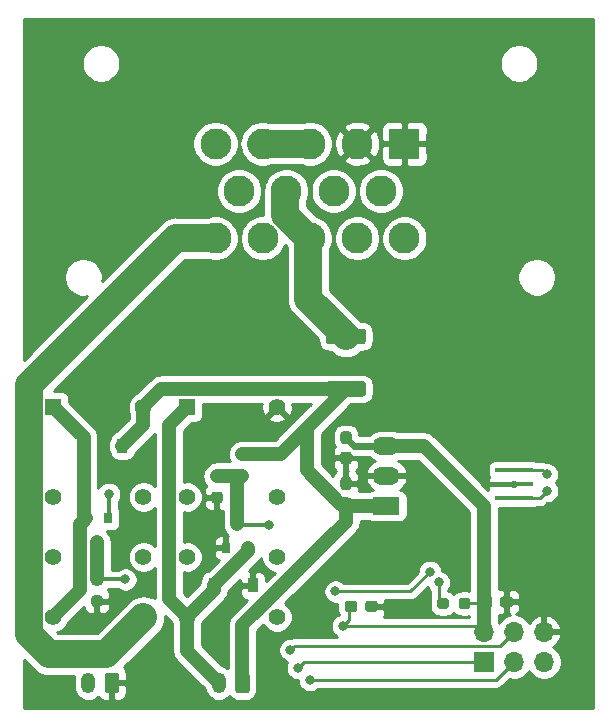
<source format=gbr>
%TF.GenerationSoftware,KiCad,Pcbnew,5.1.7-a382d34a8~88~ubuntu18.04.1*%
%TF.CreationDate,2021-02-25T09:41:41-05:00*%
%TF.ProjectId,FaultLatcher,4661756c-744c-4617-9463-6865722e6b69,rev?*%
%TF.SameCoordinates,Original*%
%TF.FileFunction,Copper,L2,Bot*%
%TF.FilePolarity,Positive*%
%FSLAX46Y46*%
G04 Gerber Fmt 4.6, Leading zero omitted, Abs format (unit mm)*
G04 Created by KiCad (PCBNEW 5.1.7-a382d34a8~88~ubuntu18.04.1) date 2021-02-25 09:41:41*
%MOMM*%
%LPD*%
G01*
G04 APERTURE LIST*
%TA.AperFunction,ComponentPad*%
%ADD10C,2.625000*%
%TD*%
%TA.AperFunction,ComponentPad*%
%ADD11R,2.625000X2.625000*%
%TD*%
%TA.AperFunction,ComponentPad*%
%ADD12C,1.400000*%
%TD*%
%TA.AperFunction,ComponentPad*%
%ADD13R,1.400000X1.400000*%
%TD*%
%TA.AperFunction,SMDPad,CuDef*%
%ADD14R,0.900000X1.200000*%
%TD*%
%TA.AperFunction,SMDPad,CuDef*%
%ADD15R,3.200000X0.400000*%
%TD*%
%TA.AperFunction,ComponentPad*%
%ADD16O,2.300000X1.500000*%
%TD*%
%TA.AperFunction,ComponentPad*%
%ADD17R,2.300000X1.500000*%
%TD*%
%TA.AperFunction,ComponentPad*%
%ADD18O,1.200000X1.750000*%
%TD*%
%TA.AperFunction,SMDPad,CuDef*%
%ADD19R,0.800000X0.900000*%
%TD*%
%TA.AperFunction,ComponentPad*%
%ADD20O,1.700000X1.700000*%
%TD*%
%TA.AperFunction,ComponentPad*%
%ADD21R,1.700000X1.700000*%
%TD*%
%TA.AperFunction,ViaPad*%
%ADD22C,0.800000*%
%TD*%
%TA.AperFunction,Conductor*%
%ADD23C,0.250000*%
%TD*%
%TA.AperFunction,Conductor*%
%ADD24C,1.200000*%
%TD*%
%TA.AperFunction,Conductor*%
%ADD25C,0.360000*%
%TD*%
%TA.AperFunction,Conductor*%
%ADD26C,0.600000*%
%TD*%
%TA.AperFunction,Conductor*%
%ADD27C,2.400000*%
%TD*%
%TA.AperFunction,Conductor*%
%ADD28C,0.254000*%
%TD*%
%TA.AperFunction,Conductor*%
%ADD29C,0.100000*%
%TD*%
G04 APERTURE END LIST*
D10*
%TO.P,J2,14*%
%TO.N,/LOOP_IN*%
X138812000Y-89090000D03*
%TO.P,J2,13*%
%TO.N,/LOOP_OUT*%
X142812000Y-89090000D03*
%TO.P,J2,12*%
%TO.N,+12V*%
X146812000Y-89090000D03*
%TO.P,J2,11*%
%TO.N,/CAN+*%
X150812000Y-89090000D03*
%TO.P,J2,10*%
%TO.N,/CAN-*%
X154812000Y-89090000D03*
%TO.P,J2,9*%
%TO.N,/IMD_FAULT*%
X140812000Y-85090000D03*
%TO.P,J2,8*%
%TO.N,+12V*%
X144812000Y-85090000D03*
%TO.P,J2,7*%
%TO.N,/CAN+*%
X148812000Y-85090000D03*
%TO.P,J2,6*%
%TO.N,/CAN-*%
X152812000Y-85090000D03*
%TO.P,J2,5*%
%TO.N,/BMS_FAULT*%
X138812000Y-81090000D03*
%TO.P,J2,4*%
%TO.N,/NC*%
X142812000Y-81090000D03*
%TO.P,J2,3*%
X146812000Y-81090000D03*
%TO.P,J2,2*%
%TO.N,GND*%
X150812000Y-81090000D03*
D11*
%TO.P,J2,1*%
X154812000Y-81090000D03*
%TD*%
%TO.P,R8,2*%
%TO.N,/IMD_IND*%
%TA.AperFunction,SMDPad,CuDef*%
G36*
G01*
X139175500Y-109707500D02*
X138700500Y-109707500D01*
G75*
G02*
X138463000Y-109470000I0J237500D01*
G01*
X138463000Y-108970000D01*
G75*
G02*
X138700500Y-108732500I237500J0D01*
G01*
X139175500Y-108732500D01*
G75*
G02*
X139413000Y-108970000I0J-237500D01*
G01*
X139413000Y-109470000D01*
G75*
G02*
X139175500Y-109707500I-237500J0D01*
G01*
G37*
%TD.AperFunction*%
%TO.P,R8,1*%
%TO.N,GND*%
%TA.AperFunction,SMDPad,CuDef*%
G36*
G01*
X139175500Y-111532500D02*
X138700500Y-111532500D01*
G75*
G02*
X138463000Y-111295000I0J237500D01*
G01*
X138463000Y-110795000D01*
G75*
G02*
X138700500Y-110557500I237500J0D01*
G01*
X139175500Y-110557500D01*
G75*
G02*
X139413000Y-110795000I0J-237500D01*
G01*
X139413000Y-111295000D01*
G75*
G02*
X139175500Y-111532500I-237500J0D01*
G01*
G37*
%TD.AperFunction*%
%TD*%
D12*
%TO.P,K4,13*%
%TO.N,/LOOP_OUT*%
X144018000Y-110998000D03*
%TO.P,K4,9*%
%TO.N,Net-(K1-Pad13)*%
X144018000Y-121158000D03*
%TO.P,K4,11*%
%TO.N,N/C*%
X144018000Y-116078000D03*
%TO.P,K4,4*%
%TO.N,/IMD_FAULT*%
X136398000Y-110998000D03*
%TO.P,K4,8*%
%TO.N,Net-(D4-Pad1)*%
X136398000Y-121158000D03*
%TO.P,K4,6*%
%TO.N,N/C*%
X136398000Y-116078000D03*
%TO.P,K4,16*%
%TO.N,GND*%
X144018000Y-103378000D03*
D13*
%TO.P,K4,1*%
%TO.N,Net-(D4-Pad1)*%
X136398000Y-103378000D03*
%TD*%
%TO.P,F1,2*%
%TO.N,+12V*%
%TA.AperFunction,SMDPad,CuDef*%
G36*
G01*
X151310000Y-98054000D02*
X148410000Y-98054000D01*
G75*
G02*
X148160000Y-97804000I0J250000D01*
G01*
X148160000Y-97004000D01*
G75*
G02*
X148410000Y-96754000I250000J0D01*
G01*
X151310000Y-96754000D01*
G75*
G02*
X151560000Y-97004000I0J-250000D01*
G01*
X151560000Y-97804000D01*
G75*
G02*
X151310000Y-98054000I-250000J0D01*
G01*
G37*
%TD.AperFunction*%
%TO.P,F1,1*%
%TO.N,+12C*%
%TA.AperFunction,SMDPad,CuDef*%
G36*
G01*
X151310000Y-102504000D02*
X148410000Y-102504000D01*
G75*
G02*
X148160000Y-102254000I0J250000D01*
G01*
X148160000Y-101454000D01*
G75*
G02*
X148410000Y-101204000I250000J0D01*
G01*
X151310000Y-101204000D01*
G75*
G02*
X151560000Y-101454000I0J-250000D01*
G01*
X151560000Y-102254000D01*
G75*
G02*
X151310000Y-102504000I-250000J0D01*
G01*
G37*
%TD.AperFunction*%
%TD*%
D14*
%TO.P,D4,2*%
%TO.N,GND*%
X141984000Y-118491000D03*
%TO.P,D4,1*%
%TO.N,Net-(D4-Pad1)*%
X138684000Y-118491000D03*
%TD*%
%TO.P,D1,2*%
%TO.N,Net-(BMS1-Pad2)*%
X127637000Y-106680000D03*
%TO.P,D1,1*%
%TO.N,+12C*%
X130937000Y-106680000D03*
%TD*%
D15*
%TO.P,Y1,3*%
%TO.N,Net-(U2-Pad8)*%
X164084000Y-108712000D03*
%TO.P,Y1,2*%
%TO.N,GND*%
X164084000Y-109912000D03*
%TO.P,Y1,1*%
%TO.N,Net-(U2-Pad7)*%
X164084000Y-111112000D03*
%TD*%
D16*
%TO.P,U4,3*%
%TO.N,+5V*%
X153289000Y-106680000D03*
%TO.P,U4,2*%
%TO.N,GND*%
X153289000Y-109220000D03*
D17*
%TO.P,U4,1*%
%TO.N,+12C*%
X153289000Y-111760000D03*
%TD*%
D18*
%TO.P,IMD1,2*%
%TO.N,Net-(D4-Pad1)*%
X139097000Y-126746000D03*
%TO.P,IMD1,1*%
%TO.N,+12C*%
%TA.AperFunction,ComponentPad*%
G36*
G01*
X141697000Y-126120999D02*
X141697000Y-127371001D01*
G75*
G02*
X141447001Y-127621000I-249999J0D01*
G01*
X140746999Y-127621000D01*
G75*
G02*
X140497000Y-127371001I0J249999D01*
G01*
X140497000Y-126120999D01*
G75*
G02*
X140746999Y-125871000I249999J0D01*
G01*
X141447001Y-125871000D01*
G75*
G02*
X141697000Y-126120999I0J-249999D01*
G01*
G37*
%TD.AperFunction*%
%TD*%
%TO.P,BMS1,2*%
%TO.N,Net-(BMS1-Pad2)*%
X128048000Y-126746000D03*
%TO.P,BMS1,1*%
%TO.N,GND*%
%TA.AperFunction,ComponentPad*%
G36*
G01*
X130648000Y-126120999D02*
X130648000Y-127371001D01*
G75*
G02*
X130398001Y-127621000I-249999J0D01*
G01*
X129697999Y-127621000D01*
G75*
G02*
X129448000Y-127371001I0J249999D01*
G01*
X129448000Y-126120999D01*
G75*
G02*
X129697999Y-125871000I249999J0D01*
G01*
X130398001Y-125871000D01*
G75*
G02*
X130648000Y-126120999I0J-249999D01*
G01*
G37*
%TD.AperFunction*%
%TD*%
%TO.P,R5,2*%
%TO.N,Net-(R5-Pad2)*%
%TA.AperFunction,SMDPad,CuDef*%
G36*
G01*
X158555500Y-119777500D02*
X158555500Y-120252500D01*
G75*
G02*
X158318000Y-120490000I-237500J0D01*
G01*
X157818000Y-120490000D01*
G75*
G02*
X157580500Y-120252500I0J237500D01*
G01*
X157580500Y-119777500D01*
G75*
G02*
X157818000Y-119540000I237500J0D01*
G01*
X158318000Y-119540000D01*
G75*
G02*
X158555500Y-119777500I0J-237500D01*
G01*
G37*
%TD.AperFunction*%
%TO.P,R5,1*%
%TO.N,+5V*%
%TA.AperFunction,SMDPad,CuDef*%
G36*
G01*
X160380500Y-119777500D02*
X160380500Y-120252500D01*
G75*
G02*
X160143000Y-120490000I-237500J0D01*
G01*
X159643000Y-120490000D01*
G75*
G02*
X159405500Y-120252500I0J237500D01*
G01*
X159405500Y-119777500D01*
G75*
G02*
X159643000Y-119540000I237500J0D01*
G01*
X160143000Y-119540000D01*
G75*
G02*
X160380500Y-119777500I0J-237500D01*
G01*
G37*
%TD.AperFunction*%
%TD*%
%TO.P,R4,2*%
%TO.N,/IMD_IND*%
%TA.AperFunction,SMDPad,CuDef*%
G36*
G01*
X140859500Y-108732500D02*
X141334500Y-108732500D01*
G75*
G02*
X141572000Y-108970000I0J-237500D01*
G01*
X141572000Y-109470000D01*
G75*
G02*
X141334500Y-109707500I-237500J0D01*
G01*
X140859500Y-109707500D01*
G75*
G02*
X140622000Y-109470000I0J237500D01*
G01*
X140622000Y-108970000D01*
G75*
G02*
X140859500Y-108732500I237500J0D01*
G01*
G37*
%TD.AperFunction*%
%TO.P,R4,1*%
%TO.N,+12C*%
%TA.AperFunction,SMDPad,CuDef*%
G36*
G01*
X140859500Y-106907500D02*
X141334500Y-106907500D01*
G75*
G02*
X141572000Y-107145000I0J-237500D01*
G01*
X141572000Y-107645000D01*
G75*
G02*
X141334500Y-107882500I-237500J0D01*
G01*
X140859500Y-107882500D01*
G75*
G02*
X140622000Y-107645000I0J237500D01*
G01*
X140622000Y-107145000D01*
G75*
G02*
X140859500Y-106907500I237500J0D01*
G01*
G37*
%TD.AperFunction*%
%TD*%
%TO.P,R1,2*%
%TO.N,/BMS_IND*%
%TA.AperFunction,SMDPad,CuDef*%
G36*
G01*
X129015500Y-118470500D02*
X128540500Y-118470500D01*
G75*
G02*
X128303000Y-118233000I0J237500D01*
G01*
X128303000Y-117733000D01*
G75*
G02*
X128540500Y-117495500I237500J0D01*
G01*
X129015500Y-117495500D01*
G75*
G02*
X129253000Y-117733000I0J-237500D01*
G01*
X129253000Y-118233000D01*
G75*
G02*
X129015500Y-118470500I-237500J0D01*
G01*
G37*
%TD.AperFunction*%
%TO.P,R1,1*%
%TO.N,GND*%
%TA.AperFunction,SMDPad,CuDef*%
G36*
G01*
X129015500Y-120295500D02*
X128540500Y-120295500D01*
G75*
G02*
X128303000Y-120058000I0J237500D01*
G01*
X128303000Y-119558000D01*
G75*
G02*
X128540500Y-119320500I237500J0D01*
G01*
X129015500Y-119320500D01*
G75*
G02*
X129253000Y-119558000I0J-237500D01*
G01*
X129253000Y-120058000D01*
G75*
G02*
X129015500Y-120295500I-237500J0D01*
G01*
G37*
%TD.AperFunction*%
%TD*%
D19*
%TO.P,Q4,3*%
%TO.N,/IMD_IND*%
X140650000Y-113316000D03*
%TO.P,Q4,2*%
%TO.N,GND*%
X139700000Y-115316000D03*
%TO.P,Q4,1*%
%TO.N,Net-(D4-Pad1)*%
X141600000Y-115316000D03*
%TD*%
%TO.P,Q1,3*%
%TO.N,/BMS_IND*%
X128778000Y-114808000D03*
%TO.P,Q1,2*%
%TO.N,+5V*%
X129728000Y-112808000D03*
%TO.P,Q1,1*%
%TO.N,Net-(BMS1-Pad2)*%
X127828000Y-112808000D03*
%TD*%
D12*
%TO.P,K1,13*%
%TO.N,Net-(K1-Pad13)*%
X132715000Y-110998000D03*
%TO.P,K1,9*%
%TO.N,/LOOP_IN*%
X132715000Y-121158000D03*
%TO.P,K1,11*%
%TO.N,N/C*%
X132715000Y-116078000D03*
%TO.P,K1,4*%
%TO.N,/BMS_FAULT*%
X125095000Y-110998000D03*
%TO.P,K1,8*%
%TO.N,Net-(BMS1-Pad2)*%
X125095000Y-121158000D03*
%TO.P,K1,6*%
%TO.N,N/C*%
X125095000Y-116078000D03*
%TO.P,K1,16*%
%TO.N,+12C*%
X132715000Y-103378000D03*
D13*
%TO.P,K1,1*%
%TO.N,Net-(BMS1-Pad2)*%
X125095000Y-103378000D03*
%TD*%
D20*
%TO.P,J1,6*%
%TO.N,GND*%
X166624000Y-122428000D03*
%TO.P,J1,5*%
%TO.N,/RESET*%
X166624000Y-124968000D03*
%TO.P,J1,4*%
%TO.N,/MOSI*%
X164084000Y-122428000D03*
%TO.P,J1,3*%
%TO.N,/SCK*%
X164084000Y-124968000D03*
%TO.P,J1,2*%
%TO.N,+5V*%
X161544000Y-122428000D03*
D21*
%TO.P,J1,1*%
%TO.N,/MISO*%
X161544000Y-124968000D03*
%TD*%
%TO.P,C6,2*%
%TO.N,GND*%
%TA.AperFunction,SMDPad,CuDef*%
G36*
G01*
X149622500Y-107158500D02*
X150097500Y-107158500D01*
G75*
G02*
X150335000Y-107396000I0J-237500D01*
G01*
X150335000Y-107996000D01*
G75*
G02*
X150097500Y-108233500I-237500J0D01*
G01*
X149622500Y-108233500D01*
G75*
G02*
X149385000Y-107996000I0J237500D01*
G01*
X149385000Y-107396000D01*
G75*
G02*
X149622500Y-107158500I237500J0D01*
G01*
G37*
%TD.AperFunction*%
%TO.P,C6,1*%
%TO.N,+5V*%
%TA.AperFunction,SMDPad,CuDef*%
G36*
G01*
X149622500Y-105433500D02*
X150097500Y-105433500D01*
G75*
G02*
X150335000Y-105671000I0J-237500D01*
G01*
X150335000Y-106271000D01*
G75*
G02*
X150097500Y-106508500I-237500J0D01*
G01*
X149622500Y-106508500D01*
G75*
G02*
X149385000Y-106271000I0J237500D01*
G01*
X149385000Y-105671000D01*
G75*
G02*
X149622500Y-105433500I237500J0D01*
G01*
G37*
%TD.AperFunction*%
%TD*%
%TO.P,C5,2*%
%TO.N,GND*%
%TA.AperFunction,SMDPad,CuDef*%
G36*
G01*
X150097500Y-110392500D02*
X149622500Y-110392500D01*
G75*
G02*
X149385000Y-110155000I0J237500D01*
G01*
X149385000Y-109555000D01*
G75*
G02*
X149622500Y-109317500I237500J0D01*
G01*
X150097500Y-109317500D01*
G75*
G02*
X150335000Y-109555000I0J-237500D01*
G01*
X150335000Y-110155000D01*
G75*
G02*
X150097500Y-110392500I-237500J0D01*
G01*
G37*
%TD.AperFunction*%
%TO.P,C5,1*%
%TO.N,+12C*%
%TA.AperFunction,SMDPad,CuDef*%
G36*
G01*
X150097500Y-112117500D02*
X149622500Y-112117500D01*
G75*
G02*
X149385000Y-111880000I0J237500D01*
G01*
X149385000Y-111280000D01*
G75*
G02*
X149622500Y-111042500I237500J0D01*
G01*
X150097500Y-111042500D01*
G75*
G02*
X150335000Y-111280000I0J-237500D01*
G01*
X150335000Y-111880000D01*
G75*
G02*
X150097500Y-112117500I-237500J0D01*
G01*
G37*
%TD.AperFunction*%
%TD*%
%TO.P,C3,2*%
%TO.N,GND*%
%TA.AperFunction,SMDPad,CuDef*%
G36*
G01*
X162911500Y-120125500D02*
X162911500Y-119650500D01*
G75*
G02*
X163149000Y-119413000I237500J0D01*
G01*
X163749000Y-119413000D01*
G75*
G02*
X163986500Y-119650500I0J-237500D01*
G01*
X163986500Y-120125500D01*
G75*
G02*
X163749000Y-120363000I-237500J0D01*
G01*
X163149000Y-120363000D01*
G75*
G02*
X162911500Y-120125500I0J237500D01*
G01*
G37*
%TD.AperFunction*%
%TO.P,C3,1*%
%TO.N,+5V*%
%TA.AperFunction,SMDPad,CuDef*%
G36*
G01*
X161186500Y-120125500D02*
X161186500Y-119650500D01*
G75*
G02*
X161424000Y-119413000I237500J0D01*
G01*
X162024000Y-119413000D01*
G75*
G02*
X162261500Y-119650500I0J-237500D01*
G01*
X162261500Y-120125500D01*
G75*
G02*
X162024000Y-120363000I-237500J0D01*
G01*
X161424000Y-120363000D01*
G75*
G02*
X161186500Y-120125500I0J237500D01*
G01*
G37*
%TD.AperFunction*%
%TD*%
%TO.P,C2,1*%
%TO.N,+5V*%
%TA.AperFunction,SMDPad,CuDef*%
G36*
G01*
X149756500Y-120506500D02*
X149756500Y-120031500D01*
G75*
G02*
X149994000Y-119794000I237500J0D01*
G01*
X150594000Y-119794000D01*
G75*
G02*
X150831500Y-120031500I0J-237500D01*
G01*
X150831500Y-120506500D01*
G75*
G02*
X150594000Y-120744000I-237500J0D01*
G01*
X149994000Y-120744000D01*
G75*
G02*
X149756500Y-120506500I0J237500D01*
G01*
G37*
%TD.AperFunction*%
%TO.P,C2,2*%
%TO.N,GND*%
%TA.AperFunction,SMDPad,CuDef*%
G36*
G01*
X151481500Y-120506500D02*
X151481500Y-120031500D01*
G75*
G02*
X151719000Y-119794000I237500J0D01*
G01*
X152319000Y-119794000D01*
G75*
G02*
X152556500Y-120031500I0J-237500D01*
G01*
X152556500Y-120506500D01*
G75*
G02*
X152319000Y-120744000I-237500J0D01*
G01*
X151719000Y-120744000D01*
G75*
G02*
X151481500Y-120506500I0J237500D01*
G01*
G37*
%TD.AperFunction*%
%TD*%
D22*
%TO.N,GND*%
X163982400Y-106908600D03*
X153924000Y-120319800D03*
X154457400Y-114325400D03*
X136855200Y-118110000D03*
X139395200Y-121005600D03*
X136779000Y-107340400D03*
X138658600Y-105562400D03*
%TO.N,+5V*%
X149606000Y-121920000D03*
X129794000Y-110744000D03*
%TO.N,/MOSI*%
X145161000Y-123952000D03*
%TO.N,/SCK*%
X146812000Y-126492000D03*
%TO.N,/MISO*%
X145796000Y-125476000D03*
%TO.N,/BMS_IND*%
X131191000Y-117983000D03*
%TO.N,/IMD_IND*%
X143383000Y-113411000D03*
%TO.N,Net-(R5-Pad2)*%
X157734000Y-118237000D03*
%TO.N,/CAN_CS*%
X156972000Y-117348000D03*
X148971000Y-118999000D03*
%TO.N,Net-(U2-Pad8)*%
X166878000Y-109093000D03*
%TO.N,Net-(U2-Pad7)*%
X166878000Y-110490000D03*
%TD*%
D23*
%TO.N,+5V*%
X149606000Y-121920000D02*
X150114000Y-121412000D01*
X150114000Y-120449000D02*
X150294000Y-120269000D01*
X150114000Y-121412000D02*
X150114000Y-120449000D01*
D24*
X156464000Y-106680000D02*
X153289000Y-106680000D01*
X161544000Y-111760000D02*
X156464000Y-106680000D01*
D23*
X159893000Y-120015000D02*
X161544000Y-120015000D01*
D24*
X161544000Y-122428000D02*
X161544000Y-120015000D01*
X161544000Y-120015000D02*
X161544000Y-111760000D01*
D23*
X161036000Y-121920000D02*
X161544000Y-122428000D01*
X149606000Y-121920000D02*
X161036000Y-121920000D01*
D25*
X129794000Y-112742000D02*
X129728000Y-112808000D01*
X129794000Y-110744000D02*
X129794000Y-112742000D01*
D26*
X150569000Y-106680000D02*
X149860000Y-105971000D01*
X153289000Y-106680000D02*
X150569000Y-106680000D01*
D27*
%TO.N,+12V*%
X144685000Y-87090000D02*
X146685000Y-89090000D01*
X144685000Y-85090000D02*
X144685000Y-87090000D01*
X146685000Y-94229000D02*
X149860000Y-97404000D01*
X146685000Y-89090000D02*
X146685000Y-94229000D01*
D24*
%TO.N,Net-(D4-Pad1)*%
X141600000Y-115575000D02*
X141600000Y-115316000D01*
X138684000Y-118491000D02*
X141600000Y-115575000D01*
X138684000Y-118872000D02*
X136398000Y-121158000D01*
X138684000Y-118491000D02*
X138684000Y-118872000D01*
X136398000Y-124047000D02*
X139097000Y-126746000D01*
X136398000Y-121158000D02*
X136398000Y-124047000D01*
X134897999Y-119657999D02*
X136398000Y-121158000D01*
X136398000Y-103378000D02*
X134897999Y-104878001D01*
X134897999Y-104878001D02*
X134897999Y-119657999D01*
D23*
%TO.N,/MOSI*%
X162908999Y-123603001D02*
X164084000Y-122428000D01*
X145161000Y-123952000D02*
X145509999Y-123603001D01*
X145509999Y-123603001D02*
X162908999Y-123603001D01*
%TO.N,/SCK*%
X162560000Y-126492000D02*
X164084000Y-124968000D01*
X146812000Y-126492000D02*
X162560000Y-126492000D01*
%TO.N,/MISO*%
X146304000Y-124968000D02*
X161544000Y-124968000D01*
X145796000Y-125476000D02*
X146304000Y-124968000D01*
D26*
%TO.N,/LOOP_IN*%
X138685000Y-89090000D02*
X138874000Y-89090000D01*
D27*
X122994999Y-122613999D02*
X124714000Y-124333000D01*
X122994999Y-101557999D02*
X122994999Y-122613999D01*
X138685000Y-89090000D02*
X135462998Y-89090000D01*
X135462998Y-89090000D02*
X122994999Y-101557999D01*
X129540000Y-124333000D02*
X132715000Y-121158000D01*
X124714000Y-124333000D02*
X129540000Y-124333000D01*
D24*
%TO.N,/BMS_IND*%
X128778000Y-114808000D02*
X128778000Y-117983000D01*
D25*
X131191000Y-117983000D02*
X128778000Y-117983000D01*
D24*
%TO.N,/IMD_IND*%
X140650000Y-109667000D02*
X141097000Y-109220000D01*
X140650000Y-113316000D02*
X140650000Y-109667000D01*
X141097000Y-109220000D02*
X138938000Y-109220000D01*
D25*
X140745000Y-113411000D02*
X140650000Y-113316000D01*
X143383000Y-113411000D02*
X140745000Y-113411000D01*
D23*
%TO.N,Net-(R5-Pad2)*%
X157734000Y-119681000D02*
X158068000Y-120015000D01*
X157734000Y-118237000D02*
X157734000Y-119681000D01*
%TO.N,/CAN_CS*%
X156972000Y-117348000D02*
X155321000Y-118999000D01*
X155321000Y-118999000D02*
X148971000Y-118999000D01*
%TO.N,Net-(U2-Pad8)*%
X164084000Y-108712000D02*
X166497000Y-108712000D01*
X166497000Y-108712000D02*
X166878000Y-109093000D01*
%TO.N,Net-(U2-Pad7)*%
X164084000Y-111112000D02*
X166256000Y-111112000D01*
X166256000Y-111112000D02*
X166878000Y-110490000D01*
D24*
%TO.N,Net-(BMS1-Pad2)*%
X127637000Y-105920000D02*
X125095000Y-103378000D01*
X127637000Y-106680000D02*
X127637000Y-105920000D01*
X127377990Y-118875010D02*
X125095000Y-121158000D01*
X127828000Y-112808000D02*
X127377990Y-113258010D01*
X127377990Y-113258010D02*
X127377990Y-118875010D01*
X127637000Y-112999000D02*
X127377990Y-113258010D01*
X127637000Y-106680000D02*
X127637000Y-112999000D01*
%TO.N,+12C*%
X144319000Y-107395000D02*
X141097000Y-107395000D01*
X149860000Y-101854000D02*
X144319000Y-107395000D01*
X149860000Y-101854000D02*
X146558000Y-105156000D01*
X150040000Y-111760000D02*
X149860000Y-111580000D01*
X153289000Y-111760000D02*
X150040000Y-111760000D01*
X146558000Y-108753000D02*
X146558000Y-105156000D01*
X149860000Y-111580000D02*
X149385000Y-111580000D01*
X149385000Y-111580000D02*
X146558000Y-108753000D01*
X141097000Y-121858998D02*
X141097000Y-126746000D01*
X149860000Y-111580000D02*
X149860000Y-113095998D01*
X149860000Y-113095998D02*
X141097000Y-121858998D01*
X134239000Y-101854000D02*
X132715000Y-103378000D01*
X149860000Y-101854000D02*
X134239000Y-101854000D01*
X132715000Y-104902000D02*
X130937000Y-106680000D01*
X132715000Y-103378000D02*
X132715000Y-104902000D01*
D27*
%TO.N,/NC*%
X142685000Y-81090000D02*
X146685000Y-81090000D01*
%TD*%
D28*
%TO.N,GND*%
X170790000Y-72357581D02*
X170790000Y-72357582D01*
X170790001Y-128880000D01*
X122580000Y-128880000D01*
X122580000Y-124794082D01*
X123352717Y-125566799D01*
X123410181Y-125636819D01*
X123689596Y-125866129D01*
X124008378Y-126036521D01*
X124074405Y-126056550D01*
X124354277Y-126141449D01*
X124714000Y-126176878D01*
X124804141Y-126168000D01*
X126849343Y-126168000D01*
X126830870Y-126228898D01*
X126813000Y-126410335D01*
X126813000Y-127081664D01*
X126830870Y-127263101D01*
X126901489Y-127495900D01*
X127016167Y-127710448D01*
X127170498Y-127898502D01*
X127358551Y-128052833D01*
X127573099Y-128167511D01*
X127805898Y-128238130D01*
X128048000Y-128261975D01*
X128290101Y-128238130D01*
X128522900Y-128167511D01*
X128737448Y-128052833D01*
X128891309Y-127926564D01*
X128917463Y-127975494D01*
X128996815Y-128072185D01*
X129093506Y-128151537D01*
X129203820Y-128210502D01*
X129323518Y-128246812D01*
X129448000Y-128259072D01*
X129762250Y-128256000D01*
X129921000Y-128097250D01*
X129921000Y-126873000D01*
X130175000Y-126873000D01*
X130175000Y-128097250D01*
X130333750Y-128256000D01*
X130648000Y-128259072D01*
X130772482Y-128246812D01*
X130892180Y-128210502D01*
X131002494Y-128151537D01*
X131099185Y-128072185D01*
X131178537Y-127975494D01*
X131237502Y-127865180D01*
X131273812Y-127745482D01*
X131286072Y-127621000D01*
X131283000Y-127031750D01*
X131124250Y-126873000D01*
X130175000Y-126873000D01*
X129921000Y-126873000D01*
X129901000Y-126873000D01*
X129901000Y-126619000D01*
X129921000Y-126619000D01*
X129921000Y-126599000D01*
X130175000Y-126599000D01*
X130175000Y-126619000D01*
X131124250Y-126619000D01*
X131283000Y-126460250D01*
X131286072Y-125871000D01*
X131273812Y-125746518D01*
X131237502Y-125626820D01*
X131178537Y-125516506D01*
X131099185Y-125419815D01*
X131071218Y-125396863D01*
X134076278Y-122391804D01*
X134248128Y-122182404D01*
X134418521Y-121863622D01*
X134523448Y-121517723D01*
X134558878Y-121158001D01*
X134548764Y-121055318D01*
X135163000Y-121669554D01*
X135163001Y-123986325D01*
X135157025Y-124047000D01*
X135180870Y-124289102D01*
X135249639Y-124515799D01*
X135251490Y-124521901D01*
X135366168Y-124736449D01*
X135520499Y-124924502D01*
X135567621Y-124963174D01*
X137885236Y-127280790D01*
X137950489Y-127495900D01*
X138065167Y-127710448D01*
X138219498Y-127898502D01*
X138407551Y-128052833D01*
X138622099Y-128167511D01*
X138854898Y-128238130D01*
X139097000Y-128261975D01*
X139339101Y-128238130D01*
X139571900Y-128167511D01*
X139786448Y-128052833D01*
X139974502Y-127898502D01*
X140006191Y-127859889D01*
X140008595Y-127864387D01*
X140119038Y-127998962D01*
X140253613Y-128109405D01*
X140407149Y-128191472D01*
X140573745Y-128242008D01*
X140746999Y-128259072D01*
X141447001Y-128259072D01*
X141620255Y-128242008D01*
X141786851Y-128191472D01*
X141940387Y-128109405D01*
X142074962Y-127998962D01*
X142185405Y-127864387D01*
X142267472Y-127710851D01*
X142318008Y-127544255D01*
X142335072Y-127371001D01*
X142335072Y-126120999D01*
X142332000Y-126089808D01*
X142332000Y-123850061D01*
X144126000Y-123850061D01*
X144126000Y-124053939D01*
X144165774Y-124253898D01*
X144243795Y-124442256D01*
X144357063Y-124611774D01*
X144501226Y-124755937D01*
X144670744Y-124869205D01*
X144859102Y-124947226D01*
X144899202Y-124955202D01*
X144878795Y-124985744D01*
X144800774Y-125174102D01*
X144761000Y-125374061D01*
X144761000Y-125577939D01*
X144800774Y-125777898D01*
X144878795Y-125966256D01*
X144992063Y-126135774D01*
X145136226Y-126279937D01*
X145305744Y-126393205D01*
X145494102Y-126471226D01*
X145694061Y-126511000D01*
X145777000Y-126511000D01*
X145777000Y-126593939D01*
X145816774Y-126793898D01*
X145894795Y-126982256D01*
X146008063Y-127151774D01*
X146152226Y-127295937D01*
X146321744Y-127409205D01*
X146510102Y-127487226D01*
X146710061Y-127527000D01*
X146913939Y-127527000D01*
X147113898Y-127487226D01*
X147302256Y-127409205D01*
X147471774Y-127295937D01*
X147515711Y-127252000D01*
X162522678Y-127252000D01*
X162560000Y-127255676D01*
X162597322Y-127252000D01*
X162597333Y-127252000D01*
X162708986Y-127241003D01*
X162852247Y-127197546D01*
X162984276Y-127126974D01*
X163100001Y-127032001D01*
X163123803Y-127002998D01*
X163717592Y-126409210D01*
X163937740Y-126453000D01*
X164230260Y-126453000D01*
X164517158Y-126395932D01*
X164787411Y-126283990D01*
X165030632Y-126121475D01*
X165237475Y-125914632D01*
X165354000Y-125740240D01*
X165470525Y-125914632D01*
X165677368Y-126121475D01*
X165920589Y-126283990D01*
X166190842Y-126395932D01*
X166477740Y-126453000D01*
X166770260Y-126453000D01*
X167057158Y-126395932D01*
X167327411Y-126283990D01*
X167570632Y-126121475D01*
X167777475Y-125914632D01*
X167939990Y-125671411D01*
X168051932Y-125401158D01*
X168109000Y-125114260D01*
X168109000Y-124821740D01*
X168051932Y-124534842D01*
X167939990Y-124264589D01*
X167777475Y-124021368D01*
X167570632Y-123814525D01*
X167394594Y-123696900D01*
X167624269Y-123525588D01*
X167819178Y-123309355D01*
X167968157Y-123059252D01*
X168065481Y-122784891D01*
X167944814Y-122555000D01*
X166751000Y-122555000D01*
X166751000Y-122575000D01*
X166497000Y-122575000D01*
X166497000Y-122555000D01*
X166477000Y-122555000D01*
X166477000Y-122301000D01*
X166497000Y-122301000D01*
X166497000Y-121107845D01*
X166751000Y-121107845D01*
X166751000Y-122301000D01*
X167944814Y-122301000D01*
X168065481Y-122071109D01*
X167968157Y-121796748D01*
X167819178Y-121546645D01*
X167624269Y-121330412D01*
X167390920Y-121156359D01*
X167128099Y-121031175D01*
X166980890Y-120986524D01*
X166751000Y-121107845D01*
X166497000Y-121107845D01*
X166267110Y-120986524D01*
X166119901Y-121031175D01*
X165857080Y-121156359D01*
X165623731Y-121330412D01*
X165428822Y-121546645D01*
X165359195Y-121663534D01*
X165237475Y-121481368D01*
X165030632Y-121274525D01*
X164787411Y-121112010D01*
X164517158Y-121000068D01*
X164243522Y-120945638D01*
X164340994Y-120893537D01*
X164437685Y-120814185D01*
X164517037Y-120717494D01*
X164576002Y-120607180D01*
X164612312Y-120487482D01*
X164624572Y-120363000D01*
X164621500Y-120173750D01*
X164462750Y-120015000D01*
X163576000Y-120015000D01*
X163576000Y-120839250D01*
X163722554Y-120985804D01*
X163650842Y-121000068D01*
X163380589Y-121112010D01*
X163137368Y-121274525D01*
X162930525Y-121481368D01*
X162814000Y-121655760D01*
X162779000Y-121603379D01*
X162779000Y-120986380D01*
X162787018Y-120988812D01*
X162911500Y-121001072D01*
X163163250Y-120998000D01*
X163322000Y-120839250D01*
X163322000Y-120015000D01*
X163302000Y-120015000D01*
X163302000Y-119761000D01*
X163322000Y-119761000D01*
X163322000Y-118936750D01*
X163576000Y-118936750D01*
X163576000Y-119761000D01*
X164462750Y-119761000D01*
X164621500Y-119602250D01*
X164624572Y-119413000D01*
X164612312Y-119288518D01*
X164576002Y-119168820D01*
X164517037Y-119058506D01*
X164437685Y-118961815D01*
X164340994Y-118882463D01*
X164230680Y-118823498D01*
X164110982Y-118787188D01*
X163986500Y-118774928D01*
X163734750Y-118778000D01*
X163576000Y-118936750D01*
X163322000Y-118936750D01*
X163163250Y-118778000D01*
X162911500Y-118774928D01*
X162787018Y-118787188D01*
X162779000Y-118789620D01*
X162779000Y-111950072D01*
X165684000Y-111950072D01*
X165808482Y-111937812D01*
X165928180Y-111901502D01*
X165983373Y-111872000D01*
X166218678Y-111872000D01*
X166256000Y-111875676D01*
X166293322Y-111872000D01*
X166293333Y-111872000D01*
X166404986Y-111861003D01*
X166548247Y-111817546D01*
X166680276Y-111746974D01*
X166796001Y-111652001D01*
X166819803Y-111622998D01*
X166917801Y-111525000D01*
X166979939Y-111525000D01*
X167179898Y-111485226D01*
X167368256Y-111407205D01*
X167537774Y-111293937D01*
X167681937Y-111149774D01*
X167795205Y-110980256D01*
X167873226Y-110791898D01*
X167913000Y-110591939D01*
X167913000Y-110388061D01*
X167873226Y-110188102D01*
X167795205Y-109999744D01*
X167681937Y-109830226D01*
X167643211Y-109791500D01*
X167681937Y-109752774D01*
X167795205Y-109583256D01*
X167873226Y-109394898D01*
X167913000Y-109194939D01*
X167913000Y-108991061D01*
X167873226Y-108791102D01*
X167795205Y-108602744D01*
X167681937Y-108433226D01*
X167537774Y-108289063D01*
X167368256Y-108175795D01*
X167179898Y-108097774D01*
X166979939Y-108058000D01*
X166885681Y-108058000D01*
X166789247Y-108006454D01*
X166645986Y-107962997D01*
X166534333Y-107952000D01*
X166534322Y-107952000D01*
X166497000Y-107948324D01*
X166459678Y-107952000D01*
X165983373Y-107952000D01*
X165928180Y-107922498D01*
X165808482Y-107886188D01*
X165684000Y-107873928D01*
X162484000Y-107873928D01*
X162359518Y-107886188D01*
X162239820Y-107922498D01*
X162129506Y-107981463D01*
X162032815Y-108060815D01*
X161953463Y-108157506D01*
X161894498Y-108267820D01*
X161858188Y-108387518D01*
X161845928Y-108512000D01*
X161845928Y-108912000D01*
X161858188Y-109036482D01*
X161894498Y-109156180D01*
X161953463Y-109266494D01*
X161990775Y-109311959D01*
X161956415Y-109353126D01*
X161896540Y-109462948D01*
X161859240Y-109582342D01*
X161849000Y-109680250D01*
X162007750Y-109839000D01*
X163957000Y-109839000D01*
X163957000Y-109765000D01*
X164211000Y-109765000D01*
X164211000Y-109839000D01*
X164231000Y-109839000D01*
X164231000Y-109985000D01*
X164211000Y-109985000D01*
X164211000Y-110059000D01*
X163957000Y-110059000D01*
X163957000Y-109985000D01*
X162007750Y-109985000D01*
X161849000Y-110143750D01*
X161859240Y-110241658D01*
X161896540Y-110361052D01*
X161902455Y-110371901D01*
X157380178Y-105849625D01*
X157341502Y-105802498D01*
X157153449Y-105648167D01*
X156938901Y-105533489D01*
X156706102Y-105462870D01*
X156524665Y-105445000D01*
X156464000Y-105439025D01*
X156403335Y-105445000D01*
X154316554Y-105445000D01*
X154221581Y-105394236D01*
X153960507Y-105315040D01*
X153757037Y-105295000D01*
X152820963Y-105295000D01*
X152617493Y-105315040D01*
X152356419Y-105394236D01*
X152115812Y-105522843D01*
X151904919Y-105695919D01*
X151864639Y-105745000D01*
X150973072Y-105745000D01*
X150973072Y-105671000D01*
X150956248Y-105500184D01*
X150906423Y-105335933D01*
X150825512Y-105184558D01*
X150716623Y-105051877D01*
X150583942Y-104942988D01*
X150432567Y-104862077D01*
X150268316Y-104812252D01*
X150097500Y-104795428D01*
X149622500Y-104795428D01*
X149451684Y-104812252D01*
X149287433Y-104862077D01*
X149136058Y-104942988D01*
X149003377Y-105051877D01*
X148894488Y-105184558D01*
X148813577Y-105335933D01*
X148763752Y-105500184D01*
X148746928Y-105671000D01*
X148746928Y-106271000D01*
X148763752Y-106441816D01*
X148813577Y-106606067D01*
X148893774Y-106756106D01*
X148854463Y-106804006D01*
X148795498Y-106914320D01*
X148759188Y-107034018D01*
X148746928Y-107158500D01*
X148750000Y-107410250D01*
X148908750Y-107569000D01*
X149733000Y-107569000D01*
X149733000Y-107549000D01*
X149987000Y-107549000D01*
X149987000Y-107569000D01*
X150278665Y-107569000D01*
X150332243Y-107585253D01*
X150385707Y-107601471D01*
X150568999Y-107619524D01*
X150614931Y-107615000D01*
X151864639Y-107615000D01*
X151904919Y-107664081D01*
X152115812Y-107837157D01*
X152331578Y-107952486D01*
X152241651Y-107989028D01*
X152013939Y-108138972D01*
X151819855Y-108330460D01*
X151666858Y-108556132D01*
X151560827Y-108807316D01*
X151546682Y-108878815D01*
X151669344Y-109093000D01*
X153162000Y-109093000D01*
X153162000Y-109073000D01*
X153416000Y-109073000D01*
X153416000Y-109093000D01*
X154908656Y-109093000D01*
X155031318Y-108878815D01*
X155017173Y-108807316D01*
X154911142Y-108556132D01*
X154758145Y-108330460D01*
X154564061Y-108138972D01*
X154336349Y-107989028D01*
X154246422Y-107952486D01*
X154316554Y-107915000D01*
X155952447Y-107915000D01*
X160309001Y-112271555D01*
X160309000Y-118918278D01*
X160143000Y-118901928D01*
X159643000Y-118901928D01*
X159472184Y-118918752D01*
X159307933Y-118968577D01*
X159156558Y-119049488D01*
X159023877Y-119158377D01*
X158980500Y-119211232D01*
X158937123Y-119158377D01*
X158804442Y-119049488D01*
X158653067Y-118968577D01*
X158509642Y-118925069D01*
X158537937Y-118896774D01*
X158651205Y-118727256D01*
X158729226Y-118538898D01*
X158769000Y-118338939D01*
X158769000Y-118135061D01*
X158729226Y-117935102D01*
X158651205Y-117746744D01*
X158537937Y-117577226D01*
X158393774Y-117433063D01*
X158224256Y-117319795D01*
X158035898Y-117241774D01*
X158004922Y-117235612D01*
X157967226Y-117046102D01*
X157889205Y-116857744D01*
X157775937Y-116688226D01*
X157631774Y-116544063D01*
X157462256Y-116430795D01*
X157273898Y-116352774D01*
X157073939Y-116313000D01*
X156870061Y-116313000D01*
X156670102Y-116352774D01*
X156481744Y-116430795D01*
X156312226Y-116544063D01*
X156168063Y-116688226D01*
X156054795Y-116857744D01*
X155976774Y-117046102D01*
X155937000Y-117246061D01*
X155937000Y-117308198D01*
X155006199Y-118239000D01*
X149674711Y-118239000D01*
X149630774Y-118195063D01*
X149461256Y-118081795D01*
X149272898Y-118003774D01*
X149072939Y-117964000D01*
X148869061Y-117964000D01*
X148669102Y-118003774D01*
X148480744Y-118081795D01*
X148311226Y-118195063D01*
X148167063Y-118339226D01*
X148053795Y-118508744D01*
X147975774Y-118697102D01*
X147936000Y-118897061D01*
X147936000Y-119100939D01*
X147975774Y-119300898D01*
X148053795Y-119489256D01*
X148167063Y-119658774D01*
X148311226Y-119802937D01*
X148480744Y-119916205D01*
X148669102Y-119994226D01*
X148869061Y-120034000D01*
X149072939Y-120034000D01*
X149119086Y-120024821D01*
X149118428Y-120031500D01*
X149118428Y-120506500D01*
X149135252Y-120677316D01*
X149185077Y-120841567D01*
X149243065Y-120950056D01*
X149115744Y-121002795D01*
X148946226Y-121116063D01*
X148802063Y-121260226D01*
X148688795Y-121429744D01*
X148610774Y-121618102D01*
X148571000Y-121818061D01*
X148571000Y-122021939D01*
X148610774Y-122221898D01*
X148688795Y-122410256D01*
X148802063Y-122579774D01*
X148946226Y-122723937D01*
X149115744Y-122837205D01*
X149129737Y-122843001D01*
X145547321Y-122843001D01*
X145509998Y-122839325D01*
X145472675Y-122843001D01*
X145472666Y-122843001D01*
X145361013Y-122853998D01*
X145217752Y-122897455D01*
X145181186Y-122917000D01*
X145059061Y-122917000D01*
X144859102Y-122956774D01*
X144670744Y-123034795D01*
X144501226Y-123148063D01*
X144357063Y-123292226D01*
X144243795Y-123461744D01*
X144165774Y-123650102D01*
X144126000Y-123850061D01*
X142332000Y-123850061D01*
X142332000Y-122370551D01*
X142865882Y-121836669D01*
X142981038Y-122009013D01*
X143166987Y-122194962D01*
X143385641Y-122341061D01*
X143628595Y-122441696D01*
X143886514Y-122493000D01*
X144149486Y-122493000D01*
X144407405Y-122441696D01*
X144650359Y-122341061D01*
X144869013Y-122194962D01*
X145054962Y-122009013D01*
X145201061Y-121790359D01*
X145301696Y-121547405D01*
X145353000Y-121289486D01*
X145353000Y-121026514D01*
X145301696Y-120768595D01*
X145201061Y-120525641D01*
X145054962Y-120306987D01*
X144869013Y-120121038D01*
X144696669Y-120005882D01*
X150690380Y-114012172D01*
X150737502Y-113973500D01*
X150891833Y-113785447D01*
X151006511Y-113570899D01*
X151077130Y-113338100D01*
X151095000Y-113156663D01*
X151095000Y-113156654D01*
X151100974Y-113095999D01*
X151095000Y-113035344D01*
X151095000Y-112995000D01*
X151729019Y-112995000D01*
X151784506Y-113040537D01*
X151894820Y-113099502D01*
X152014518Y-113135812D01*
X152139000Y-113148072D01*
X154439000Y-113148072D01*
X154563482Y-113135812D01*
X154683180Y-113099502D01*
X154793494Y-113040537D01*
X154890185Y-112961185D01*
X154969537Y-112864494D01*
X155028502Y-112754180D01*
X155064812Y-112634482D01*
X155077072Y-112510000D01*
X155077072Y-111010000D01*
X155064812Y-110885518D01*
X155028502Y-110765820D01*
X154969537Y-110655506D01*
X154890185Y-110558815D01*
X154793494Y-110479463D01*
X154683180Y-110420498D01*
X154563482Y-110384188D01*
X154454126Y-110373418D01*
X154564061Y-110301028D01*
X154758145Y-110109540D01*
X154911142Y-109883868D01*
X155017173Y-109632684D01*
X155031318Y-109561185D01*
X154908656Y-109347000D01*
X153416000Y-109347000D01*
X153416000Y-109367000D01*
X153162000Y-109367000D01*
X153162000Y-109347000D01*
X151669344Y-109347000D01*
X151546682Y-109561185D01*
X151560827Y-109632684D01*
X151666858Y-109883868D01*
X151819855Y-110109540D01*
X152013939Y-110301028D01*
X152123874Y-110373418D01*
X152014518Y-110384188D01*
X151894820Y-110420498D01*
X151784506Y-110479463D01*
X151729019Y-110525000D01*
X150958380Y-110525000D01*
X150960812Y-110516982D01*
X150973072Y-110392500D01*
X150970000Y-110140750D01*
X150811250Y-109982000D01*
X149987000Y-109982000D01*
X149987000Y-110002000D01*
X149733000Y-110002000D01*
X149733000Y-109982000D01*
X149713000Y-109982000D01*
X149713000Y-109728000D01*
X149733000Y-109728000D01*
X149733000Y-108841250D01*
X149667250Y-108775500D01*
X149733000Y-108709750D01*
X149733000Y-107823000D01*
X149987000Y-107823000D01*
X149987000Y-108709750D01*
X150052750Y-108775500D01*
X149987000Y-108841250D01*
X149987000Y-109728000D01*
X150811250Y-109728000D01*
X150970000Y-109569250D01*
X150973072Y-109317500D01*
X150960812Y-109193018D01*
X150924502Y-109073320D01*
X150865537Y-108963006D01*
X150786185Y-108866315D01*
X150689494Y-108786963D01*
X150668049Y-108775500D01*
X150689494Y-108764037D01*
X150786185Y-108684685D01*
X150865537Y-108587994D01*
X150924502Y-108477680D01*
X150960812Y-108357982D01*
X150973072Y-108233500D01*
X150970000Y-107981750D01*
X150811250Y-107823000D01*
X149987000Y-107823000D01*
X149733000Y-107823000D01*
X148908750Y-107823000D01*
X148750000Y-107981750D01*
X148746928Y-108233500D01*
X148759188Y-108357982D01*
X148795498Y-108477680D01*
X148854463Y-108587994D01*
X148933815Y-108684685D01*
X149030506Y-108764037D01*
X149051951Y-108775500D01*
X149030506Y-108786963D01*
X148933815Y-108866315D01*
X148854463Y-108963006D01*
X148795498Y-109073320D01*
X148759188Y-109193018D01*
X148757878Y-109206324D01*
X147793000Y-108241447D01*
X147793000Y-105667553D01*
X150318482Y-103142072D01*
X151310000Y-103142072D01*
X151483254Y-103125008D01*
X151649850Y-103074472D01*
X151803386Y-102992405D01*
X151937962Y-102881962D01*
X152048405Y-102747386D01*
X152130472Y-102593850D01*
X152181008Y-102427254D01*
X152198072Y-102254000D01*
X152198072Y-101454000D01*
X152181008Y-101280746D01*
X152130472Y-101114150D01*
X152048405Y-100960614D01*
X151937962Y-100826038D01*
X151803386Y-100715595D01*
X151649850Y-100633528D01*
X151483254Y-100582992D01*
X151310000Y-100565928D01*
X148410000Y-100565928D01*
X148236746Y-100582992D01*
X148118043Y-100619000D01*
X134299654Y-100619000D01*
X134238999Y-100613026D01*
X134178344Y-100619000D01*
X134178335Y-100619000D01*
X133996898Y-100636870D01*
X133764099Y-100707489D01*
X133549551Y-100822167D01*
X133361498Y-100976498D01*
X133322826Y-101023620D01*
X132200204Y-102146243D01*
X132082641Y-102194939D01*
X131863987Y-102341038D01*
X131678038Y-102526987D01*
X131531939Y-102745641D01*
X131431304Y-102988595D01*
X131380000Y-103246514D01*
X131380000Y-103509486D01*
X131431304Y-103767405D01*
X131480000Y-103884967D01*
X131480000Y-104390446D01*
X130422130Y-105448317D01*
X130362518Y-105454188D01*
X130242820Y-105490498D01*
X130132506Y-105549463D01*
X130035815Y-105628815D01*
X129956463Y-105725506D01*
X129897498Y-105835820D01*
X129861188Y-105955518D01*
X129848928Y-106080000D01*
X129848928Y-106095769D01*
X129790489Y-106205101D01*
X129719870Y-106437898D01*
X129696025Y-106680000D01*
X129719870Y-106922102D01*
X129790489Y-107154899D01*
X129848928Y-107264231D01*
X129848928Y-107280000D01*
X129861188Y-107404482D01*
X129897498Y-107524180D01*
X129956463Y-107634494D01*
X130035815Y-107731185D01*
X130132506Y-107810537D01*
X130242820Y-107869502D01*
X130362518Y-107905812D01*
X130487000Y-107918072D01*
X130907525Y-107918072D01*
X130937000Y-107920975D01*
X130966475Y-107918072D01*
X131387000Y-107918072D01*
X131511482Y-107905812D01*
X131631180Y-107869502D01*
X131741494Y-107810537D01*
X131838185Y-107731185D01*
X131917537Y-107634494D01*
X131976502Y-107524180D01*
X132012812Y-107404482D01*
X132018683Y-107344870D01*
X133545380Y-105818174D01*
X133592502Y-105779502D01*
X133662999Y-105693601D01*
X133662999Y-110058024D01*
X133566013Y-109961038D01*
X133347359Y-109814939D01*
X133104405Y-109714304D01*
X132846486Y-109663000D01*
X132583514Y-109663000D01*
X132325595Y-109714304D01*
X132082641Y-109814939D01*
X131863987Y-109961038D01*
X131678038Y-110146987D01*
X131531939Y-110365641D01*
X131431304Y-110608595D01*
X131380000Y-110866514D01*
X131380000Y-111129486D01*
X131431304Y-111387405D01*
X131531939Y-111630359D01*
X131678038Y-111849013D01*
X131863987Y-112034962D01*
X132082641Y-112181061D01*
X132325595Y-112281696D01*
X132583514Y-112333000D01*
X132846486Y-112333000D01*
X133104405Y-112281696D01*
X133347359Y-112181061D01*
X133566013Y-112034962D01*
X133662999Y-111937976D01*
X133663000Y-115138025D01*
X133566013Y-115041038D01*
X133347359Y-114894939D01*
X133104405Y-114794304D01*
X132846486Y-114743000D01*
X132583514Y-114743000D01*
X132325595Y-114794304D01*
X132082641Y-114894939D01*
X131863987Y-115041038D01*
X131678038Y-115226987D01*
X131531939Y-115445641D01*
X131431304Y-115688595D01*
X131380000Y-115946514D01*
X131380000Y-116209486D01*
X131431304Y-116467405D01*
X131531939Y-116710359D01*
X131678038Y-116929013D01*
X131863987Y-117114962D01*
X132082641Y-117261061D01*
X132325595Y-117361696D01*
X132583514Y-117413000D01*
X132846486Y-117413000D01*
X133104405Y-117361696D01*
X133347359Y-117261061D01*
X133566013Y-117114962D01*
X133663000Y-117017975D01*
X133663000Y-119584034D01*
X133420621Y-119454479D01*
X133074722Y-119349552D01*
X132714999Y-119314122D01*
X132355277Y-119349552D01*
X132009378Y-119454479D01*
X131690596Y-119624872D01*
X131481196Y-119796722D01*
X128779919Y-122498000D01*
X125474082Y-122498000D01*
X125428832Y-122452750D01*
X125484405Y-122441696D01*
X125727359Y-122341061D01*
X125946013Y-122194962D01*
X126131962Y-122009013D01*
X126278061Y-121790359D01*
X126326757Y-121672796D01*
X127668436Y-120331118D01*
X127677188Y-120419982D01*
X127713498Y-120539680D01*
X127772463Y-120649994D01*
X127851815Y-120746685D01*
X127948506Y-120826037D01*
X128058820Y-120885002D01*
X128178518Y-120921312D01*
X128303000Y-120933572D01*
X128492250Y-120930500D01*
X128651000Y-120771750D01*
X128651000Y-119935000D01*
X128905000Y-119935000D01*
X128905000Y-120771750D01*
X129063750Y-120930500D01*
X129253000Y-120933572D01*
X129377482Y-120921312D01*
X129497180Y-120885002D01*
X129607494Y-120826037D01*
X129704185Y-120746685D01*
X129783537Y-120649994D01*
X129842502Y-120539680D01*
X129878812Y-120419982D01*
X129891072Y-120295500D01*
X129888000Y-120093750D01*
X129729250Y-119935000D01*
X128905000Y-119935000D01*
X128651000Y-119935000D01*
X128631000Y-119935000D01*
X128631000Y-119681000D01*
X128651000Y-119681000D01*
X128651000Y-119661000D01*
X128905000Y-119661000D01*
X128905000Y-119681000D01*
X129729250Y-119681000D01*
X129888000Y-119522250D01*
X129891072Y-119320500D01*
X129878812Y-119196018D01*
X129842502Y-119076320D01*
X129783537Y-118966006D01*
X129704185Y-118869315D01*
X129670773Y-118841894D01*
X129706796Y-118798000D01*
X130547783Y-118798000D01*
X130700744Y-118900205D01*
X130889102Y-118978226D01*
X131089061Y-119018000D01*
X131292939Y-119018000D01*
X131492898Y-118978226D01*
X131681256Y-118900205D01*
X131850774Y-118786937D01*
X131994937Y-118642774D01*
X132108205Y-118473256D01*
X132186226Y-118284898D01*
X132226000Y-118084939D01*
X132226000Y-117881061D01*
X132186226Y-117681102D01*
X132108205Y-117492744D01*
X131994937Y-117323226D01*
X131850774Y-117179063D01*
X131681256Y-117065795D01*
X131492898Y-116987774D01*
X131292939Y-116948000D01*
X131089061Y-116948000D01*
X130889102Y-116987774D01*
X130700744Y-117065795D01*
X130547783Y-117168000D01*
X130013000Y-117168000D01*
X130013000Y-114747335D01*
X129995130Y-114565898D01*
X129924511Y-114333099D01*
X129809833Y-114118551D01*
X129655502Y-113930498D01*
X129634427Y-113913202D01*
X129629185Y-113906815D01*
X129616095Y-113896072D01*
X130128000Y-113896072D01*
X130252482Y-113883812D01*
X130372180Y-113847502D01*
X130482494Y-113788537D01*
X130579185Y-113709185D01*
X130658537Y-113612494D01*
X130717502Y-113502180D01*
X130753812Y-113382482D01*
X130766072Y-113258000D01*
X130766072Y-112358000D01*
X130753812Y-112233518D01*
X130717502Y-112113820D01*
X130658537Y-112003506D01*
X130609000Y-111943145D01*
X130609000Y-111387217D01*
X130711205Y-111234256D01*
X130789226Y-111045898D01*
X130829000Y-110845939D01*
X130829000Y-110642061D01*
X130789226Y-110442102D01*
X130711205Y-110253744D01*
X130597937Y-110084226D01*
X130453774Y-109940063D01*
X130284256Y-109826795D01*
X130095898Y-109748774D01*
X129895939Y-109709000D01*
X129692061Y-109709000D01*
X129492102Y-109748774D01*
X129303744Y-109826795D01*
X129134226Y-109940063D01*
X128990063Y-110084226D01*
X128876795Y-110253744D01*
X128872000Y-110265320D01*
X128872000Y-105980665D01*
X128877975Y-105920000D01*
X128854130Y-105677898D01*
X128800221Y-105500184D01*
X128783511Y-105445099D01*
X128668833Y-105230551D01*
X128514502Y-105042498D01*
X128467380Y-105003826D01*
X126433072Y-102969519D01*
X126433072Y-102678000D01*
X126420812Y-102553518D01*
X126384502Y-102433820D01*
X126325537Y-102323506D01*
X126246185Y-102226815D01*
X126149494Y-102147463D01*
X126039180Y-102088498D01*
X125919482Y-102052188D01*
X125795000Y-102039928D01*
X125108151Y-102039928D01*
X136223080Y-90925000D01*
X138153019Y-90925000D01*
X138243935Y-90962659D01*
X138620188Y-91037500D01*
X139003812Y-91037500D01*
X139380065Y-90962659D01*
X139734487Y-90815852D01*
X140053459Y-90602722D01*
X140324722Y-90331459D01*
X140537852Y-90012487D01*
X140684659Y-89658065D01*
X140759500Y-89281812D01*
X140759500Y-88898188D01*
X140864500Y-88898188D01*
X140864500Y-89281812D01*
X140939341Y-89658065D01*
X141086148Y-90012487D01*
X141299278Y-90331459D01*
X141570541Y-90602722D01*
X141889513Y-90815852D01*
X142243935Y-90962659D01*
X142620188Y-91037500D01*
X143003812Y-91037500D01*
X143380065Y-90962659D01*
X143734487Y-90815852D01*
X144053459Y-90602722D01*
X144324722Y-90331459D01*
X144537852Y-90012487D01*
X144676846Y-89676928D01*
X144850000Y-89850082D01*
X144850001Y-94138852D01*
X144841122Y-94229000D01*
X144876552Y-94588722D01*
X144981479Y-94934621D01*
X144981480Y-94934622D01*
X145151872Y-95253404D01*
X145381182Y-95532819D01*
X145451201Y-95590282D01*
X147521928Y-97661010D01*
X147521928Y-97804000D01*
X147538992Y-97977254D01*
X147589528Y-98143850D01*
X147671595Y-98297386D01*
X147782038Y-98431962D01*
X147916614Y-98542405D01*
X148070150Y-98624472D01*
X148236746Y-98675008D01*
X148410000Y-98692072D01*
X148552990Y-98692072D01*
X148626196Y-98765278D01*
X148835596Y-98937128D01*
X149154378Y-99107521D01*
X149500277Y-99212448D01*
X149859999Y-99247878D01*
X150219722Y-99212448D01*
X150565621Y-99107521D01*
X150884403Y-98937128D01*
X151163818Y-98707818D01*
X151176740Y-98692072D01*
X151310000Y-98692072D01*
X151483254Y-98675008D01*
X151649850Y-98624472D01*
X151803386Y-98542405D01*
X151937962Y-98431962D01*
X152048405Y-98297386D01*
X152130472Y-98143850D01*
X152181008Y-97977254D01*
X152198072Y-97804000D01*
X152198072Y-97004000D01*
X152181008Y-96830746D01*
X152130472Y-96664150D01*
X152048405Y-96510614D01*
X151937962Y-96376038D01*
X151803386Y-96265595D01*
X151649850Y-96183528D01*
X151483254Y-96132992D01*
X151310000Y-96115928D01*
X151167010Y-96115928D01*
X148520000Y-93468919D01*
X148520000Y-92228967D01*
X164377000Y-92228967D01*
X164377000Y-92551033D01*
X164439832Y-92866912D01*
X164563082Y-93164463D01*
X164742013Y-93432252D01*
X164969748Y-93659987D01*
X165237537Y-93838918D01*
X165535088Y-93962168D01*
X165850967Y-94025000D01*
X166173033Y-94025000D01*
X166488912Y-93962168D01*
X166786463Y-93838918D01*
X167054252Y-93659987D01*
X167281987Y-93432252D01*
X167460918Y-93164463D01*
X167584168Y-92866912D01*
X167647000Y-92551033D01*
X167647000Y-92228967D01*
X167584168Y-91913088D01*
X167460918Y-91615537D01*
X167281987Y-91347748D01*
X167054252Y-91120013D01*
X166786463Y-90941082D01*
X166488912Y-90817832D01*
X166173033Y-90755000D01*
X165850967Y-90755000D01*
X165535088Y-90817832D01*
X165237537Y-90941082D01*
X164969748Y-91120013D01*
X164742013Y-91347748D01*
X164563082Y-91615537D01*
X164439832Y-91913088D01*
X164377000Y-92228967D01*
X148520000Y-92228967D01*
X148520000Y-90039204D01*
X148537852Y-90012487D01*
X148684659Y-89658065D01*
X148759500Y-89281812D01*
X148759500Y-88898188D01*
X148864500Y-88898188D01*
X148864500Y-89281812D01*
X148939341Y-89658065D01*
X149086148Y-90012487D01*
X149299278Y-90331459D01*
X149570541Y-90602722D01*
X149889513Y-90815852D01*
X150243935Y-90962659D01*
X150620188Y-91037500D01*
X151003812Y-91037500D01*
X151380065Y-90962659D01*
X151734487Y-90815852D01*
X152053459Y-90602722D01*
X152324722Y-90331459D01*
X152537852Y-90012487D01*
X152684659Y-89658065D01*
X152759500Y-89281812D01*
X152759500Y-88898188D01*
X152864500Y-88898188D01*
X152864500Y-89281812D01*
X152939341Y-89658065D01*
X153086148Y-90012487D01*
X153299278Y-90331459D01*
X153570541Y-90602722D01*
X153889513Y-90815852D01*
X154243935Y-90962659D01*
X154620188Y-91037500D01*
X155003812Y-91037500D01*
X155380065Y-90962659D01*
X155734487Y-90815852D01*
X156053459Y-90602722D01*
X156324722Y-90331459D01*
X156537852Y-90012487D01*
X156684659Y-89658065D01*
X156759500Y-89281812D01*
X156759500Y-88898188D01*
X156684659Y-88521935D01*
X156537852Y-88167513D01*
X156324722Y-87848541D01*
X156053459Y-87577278D01*
X155734487Y-87364148D01*
X155380065Y-87217341D01*
X155003812Y-87142500D01*
X154620188Y-87142500D01*
X154243935Y-87217341D01*
X153889513Y-87364148D01*
X153570541Y-87577278D01*
X153299278Y-87848541D01*
X153086148Y-88167513D01*
X152939341Y-88521935D01*
X152864500Y-88898188D01*
X152759500Y-88898188D01*
X152684659Y-88521935D01*
X152537852Y-88167513D01*
X152324722Y-87848541D01*
X152053459Y-87577278D01*
X151734487Y-87364148D01*
X151380065Y-87217341D01*
X151003812Y-87142500D01*
X150620188Y-87142500D01*
X150243935Y-87217341D01*
X149889513Y-87364148D01*
X149570541Y-87577278D01*
X149299278Y-87848541D01*
X149086148Y-88167513D01*
X148939341Y-88521935D01*
X148864500Y-88898188D01*
X148759500Y-88898188D01*
X148684659Y-88521935D01*
X148537852Y-88167513D01*
X148324722Y-87848541D01*
X148053459Y-87577278D01*
X147734487Y-87364148D01*
X147426768Y-87236686D01*
X146520000Y-86329919D01*
X146520000Y-86039204D01*
X146537852Y-86012487D01*
X146684659Y-85658065D01*
X146759500Y-85281812D01*
X146759500Y-84898188D01*
X146864500Y-84898188D01*
X146864500Y-85281812D01*
X146939341Y-85658065D01*
X147086148Y-86012487D01*
X147299278Y-86331459D01*
X147570541Y-86602722D01*
X147889513Y-86815852D01*
X148243935Y-86962659D01*
X148620188Y-87037500D01*
X149003812Y-87037500D01*
X149380065Y-86962659D01*
X149734487Y-86815852D01*
X150053459Y-86602722D01*
X150324722Y-86331459D01*
X150537852Y-86012487D01*
X150684659Y-85658065D01*
X150759500Y-85281812D01*
X150759500Y-84898188D01*
X150864500Y-84898188D01*
X150864500Y-85281812D01*
X150939341Y-85658065D01*
X151086148Y-86012487D01*
X151299278Y-86331459D01*
X151570541Y-86602722D01*
X151889513Y-86815852D01*
X152243935Y-86962659D01*
X152620188Y-87037500D01*
X153003812Y-87037500D01*
X153380065Y-86962659D01*
X153734487Y-86815852D01*
X154053459Y-86602722D01*
X154324722Y-86331459D01*
X154537852Y-86012487D01*
X154684659Y-85658065D01*
X154759500Y-85281812D01*
X154759500Y-84898188D01*
X154684659Y-84521935D01*
X154537852Y-84167513D01*
X154324722Y-83848541D01*
X154053459Y-83577278D01*
X153734487Y-83364148D01*
X153380065Y-83217341D01*
X153003812Y-83142500D01*
X152620188Y-83142500D01*
X152243935Y-83217341D01*
X151889513Y-83364148D01*
X151570541Y-83577278D01*
X151299278Y-83848541D01*
X151086148Y-84167513D01*
X150939341Y-84521935D01*
X150864500Y-84898188D01*
X150759500Y-84898188D01*
X150684659Y-84521935D01*
X150537852Y-84167513D01*
X150324722Y-83848541D01*
X150053459Y-83577278D01*
X149734487Y-83364148D01*
X149380065Y-83217341D01*
X149003812Y-83142500D01*
X148620188Y-83142500D01*
X148243935Y-83217341D01*
X147889513Y-83364148D01*
X147570541Y-83577278D01*
X147299278Y-83848541D01*
X147086148Y-84167513D01*
X146939341Y-84521935D01*
X146864500Y-84898188D01*
X146759500Y-84898188D01*
X146684659Y-84521935D01*
X146537852Y-84167513D01*
X146324722Y-83848541D01*
X146053459Y-83577278D01*
X145734487Y-83364148D01*
X145380065Y-83217341D01*
X145003812Y-83142500D01*
X144620188Y-83142500D01*
X144243935Y-83217341D01*
X143889513Y-83364148D01*
X143570541Y-83577278D01*
X143299278Y-83848541D01*
X143164652Y-84050023D01*
X143151871Y-84065597D01*
X143142374Y-84083365D01*
X143086148Y-84167513D01*
X143047417Y-84261017D01*
X142981479Y-84384379D01*
X142940876Y-84518228D01*
X142939341Y-84521935D01*
X142938558Y-84525870D01*
X142876552Y-84730278D01*
X142850000Y-84999862D01*
X142850001Y-86999852D01*
X142841122Y-87090000D01*
X142846293Y-87142500D01*
X142620188Y-87142500D01*
X142243935Y-87217341D01*
X141889513Y-87364148D01*
X141570541Y-87577278D01*
X141299278Y-87848541D01*
X141086148Y-88167513D01*
X140939341Y-88521935D01*
X140864500Y-88898188D01*
X140759500Y-88898188D01*
X140684659Y-88521935D01*
X140537852Y-88167513D01*
X140324722Y-87848541D01*
X140053459Y-87577278D01*
X139734487Y-87364148D01*
X139380065Y-87217341D01*
X139003812Y-87142500D01*
X138620188Y-87142500D01*
X138243935Y-87217341D01*
X138153019Y-87255000D01*
X135553136Y-87255000D01*
X135462997Y-87246122D01*
X135103274Y-87281552D01*
X134757376Y-87386479D01*
X134438594Y-87556871D01*
X134159179Y-87786181D01*
X134101715Y-87856201D01*
X129207301Y-92750616D01*
X129247000Y-92551033D01*
X129247000Y-92228967D01*
X129184168Y-91913088D01*
X129060918Y-91615537D01*
X128881987Y-91347748D01*
X128654252Y-91120013D01*
X128386463Y-90941082D01*
X128088912Y-90817832D01*
X127773033Y-90755000D01*
X127450967Y-90755000D01*
X127135088Y-90817832D01*
X126837537Y-90941082D01*
X126569748Y-91120013D01*
X126342013Y-91347748D01*
X126163082Y-91615537D01*
X126039832Y-91913088D01*
X125977000Y-92228967D01*
X125977000Y-92551033D01*
X126039832Y-92866912D01*
X126163082Y-93164463D01*
X126342013Y-93432252D01*
X126569748Y-93659987D01*
X126837537Y-93838918D01*
X127135088Y-93962168D01*
X127450967Y-94025000D01*
X127773033Y-94025000D01*
X127972616Y-93985301D01*
X122580000Y-99377917D01*
X122580000Y-84898188D01*
X138864500Y-84898188D01*
X138864500Y-85281812D01*
X138939341Y-85658065D01*
X139086148Y-86012487D01*
X139299278Y-86331459D01*
X139570541Y-86602722D01*
X139889513Y-86815852D01*
X140243935Y-86962659D01*
X140620188Y-87037500D01*
X141003812Y-87037500D01*
X141380065Y-86962659D01*
X141734487Y-86815852D01*
X142053459Y-86602722D01*
X142324722Y-86331459D01*
X142537852Y-86012487D01*
X142684659Y-85658065D01*
X142759500Y-85281812D01*
X142759500Y-84898188D01*
X142684659Y-84521935D01*
X142537852Y-84167513D01*
X142324722Y-83848541D01*
X142053459Y-83577278D01*
X141734487Y-83364148D01*
X141380065Y-83217341D01*
X141003812Y-83142500D01*
X140620188Y-83142500D01*
X140243935Y-83217341D01*
X139889513Y-83364148D01*
X139570541Y-83577278D01*
X139299278Y-83848541D01*
X139086148Y-84167513D01*
X138939341Y-84521935D01*
X138864500Y-84898188D01*
X122580000Y-84898188D01*
X122580000Y-80898188D01*
X136864500Y-80898188D01*
X136864500Y-81281812D01*
X136939341Y-81658065D01*
X137086148Y-82012487D01*
X137299278Y-82331459D01*
X137570541Y-82602722D01*
X137889513Y-82815852D01*
X138243935Y-82962659D01*
X138620188Y-83037500D01*
X139003812Y-83037500D01*
X139380065Y-82962659D01*
X139734487Y-82815852D01*
X140053459Y-82602722D01*
X140324722Y-82331459D01*
X140537852Y-82012487D01*
X140684659Y-81658065D01*
X140759500Y-81281812D01*
X140759500Y-81090000D01*
X140841122Y-81090000D01*
X140876552Y-81449723D01*
X140938559Y-81654133D01*
X140939341Y-81658065D01*
X140940875Y-81661769D01*
X140981479Y-81795622D01*
X141047419Y-81918988D01*
X141086148Y-82012487D01*
X141142371Y-82096631D01*
X141151871Y-82114404D01*
X141164656Y-82129982D01*
X141299278Y-82331459D01*
X141570541Y-82602722D01*
X141889513Y-82815852D01*
X142243935Y-82962659D01*
X142620188Y-83037500D01*
X143003812Y-83037500D01*
X143380065Y-82962659D01*
X143470981Y-82925000D01*
X146153019Y-82925000D01*
X146243935Y-82962659D01*
X146620188Y-83037500D01*
X147003812Y-83037500D01*
X147380065Y-82962659D01*
X147734487Y-82815852D01*
X148053459Y-82602722D01*
X148208053Y-82448128D01*
X149633477Y-82448128D01*
X149766919Y-82744496D01*
X150109776Y-82916590D01*
X150479620Y-83018490D01*
X150862236Y-83046279D01*
X151242921Y-82998889D01*
X151607048Y-82878142D01*
X151857081Y-82744496D01*
X151990523Y-82448128D01*
X151944895Y-82402500D01*
X152861428Y-82402500D01*
X152873688Y-82526982D01*
X152909998Y-82646680D01*
X152968963Y-82756994D01*
X153048315Y-82853685D01*
X153145006Y-82933037D01*
X153255320Y-82992002D01*
X153375018Y-83028312D01*
X153499500Y-83040572D01*
X154526250Y-83037500D01*
X154685000Y-82878750D01*
X154685000Y-81217000D01*
X154939000Y-81217000D01*
X154939000Y-82878750D01*
X155097750Y-83037500D01*
X156124500Y-83040572D01*
X156248982Y-83028312D01*
X156368680Y-82992002D01*
X156478994Y-82933037D01*
X156575685Y-82853685D01*
X156655037Y-82756994D01*
X156714002Y-82646680D01*
X156750312Y-82526982D01*
X156762572Y-82402500D01*
X156759500Y-81375750D01*
X156600750Y-81217000D01*
X154939000Y-81217000D01*
X154685000Y-81217000D01*
X153023250Y-81217000D01*
X152864500Y-81375750D01*
X152861428Y-82402500D01*
X151944895Y-82402500D01*
X150812000Y-81269605D01*
X149633477Y-82448128D01*
X148208053Y-82448128D01*
X148324722Y-82331459D01*
X148537852Y-82012487D01*
X148684659Y-81658065D01*
X148759500Y-81281812D01*
X148759500Y-81140236D01*
X148855721Y-81140236D01*
X148903111Y-81520921D01*
X149023858Y-81885048D01*
X149157504Y-82135081D01*
X149453872Y-82268523D01*
X150632395Y-81090000D01*
X150991605Y-81090000D01*
X152170128Y-82268523D01*
X152466496Y-82135081D01*
X152638590Y-81792224D01*
X152740490Y-81422380D01*
X152768279Y-81039764D01*
X152720889Y-80659079D01*
X152600142Y-80294952D01*
X152466496Y-80044919D01*
X152170128Y-79911477D01*
X150991605Y-81090000D01*
X150632395Y-81090000D01*
X149453872Y-79911477D01*
X149157504Y-80044919D01*
X148985410Y-80387776D01*
X148883510Y-80757620D01*
X148855721Y-81140236D01*
X148759500Y-81140236D01*
X148759500Y-80898188D01*
X148684659Y-80521935D01*
X148537852Y-80167513D01*
X148324722Y-79848541D01*
X148208053Y-79731872D01*
X149633477Y-79731872D01*
X150812000Y-80910395D01*
X151944895Y-79777500D01*
X152861428Y-79777500D01*
X152864500Y-80804250D01*
X153023250Y-80963000D01*
X154685000Y-80963000D01*
X154685000Y-79301250D01*
X154939000Y-79301250D01*
X154939000Y-80963000D01*
X156600750Y-80963000D01*
X156759500Y-80804250D01*
X156762572Y-79777500D01*
X156750312Y-79653018D01*
X156714002Y-79533320D01*
X156655037Y-79423006D01*
X156575685Y-79326315D01*
X156478994Y-79246963D01*
X156368680Y-79187998D01*
X156248982Y-79151688D01*
X156124500Y-79139428D01*
X155097750Y-79142500D01*
X154939000Y-79301250D01*
X154685000Y-79301250D01*
X154526250Y-79142500D01*
X153499500Y-79139428D01*
X153375018Y-79151688D01*
X153255320Y-79187998D01*
X153145006Y-79246963D01*
X153048315Y-79326315D01*
X152968963Y-79423006D01*
X152909998Y-79533320D01*
X152873688Y-79653018D01*
X152861428Y-79777500D01*
X151944895Y-79777500D01*
X151990523Y-79731872D01*
X151857081Y-79435504D01*
X151514224Y-79263410D01*
X151144380Y-79161510D01*
X150761764Y-79133721D01*
X150381079Y-79181111D01*
X150016952Y-79301858D01*
X149766919Y-79435504D01*
X149633477Y-79731872D01*
X148208053Y-79731872D01*
X148053459Y-79577278D01*
X147734487Y-79364148D01*
X147380065Y-79217341D01*
X147003812Y-79142500D01*
X146620188Y-79142500D01*
X146243935Y-79217341D01*
X146153019Y-79255000D01*
X143470981Y-79255000D01*
X143380065Y-79217341D01*
X143003812Y-79142500D01*
X142620188Y-79142500D01*
X142243935Y-79217341D01*
X141889513Y-79364148D01*
X141570541Y-79577278D01*
X141299278Y-79848541D01*
X141164656Y-80050018D01*
X141151871Y-80065596D01*
X141142371Y-80083369D01*
X141086148Y-80167513D01*
X141047419Y-80261012D01*
X140981479Y-80384378D01*
X140940875Y-80518231D01*
X140939341Y-80521935D01*
X140938559Y-80525867D01*
X140876552Y-80730277D01*
X140841122Y-81090000D01*
X140759500Y-81090000D01*
X140759500Y-80898188D01*
X140684659Y-80521935D01*
X140537852Y-80167513D01*
X140324722Y-79848541D01*
X140053459Y-79577278D01*
X139734487Y-79364148D01*
X139380065Y-79217341D01*
X139003812Y-79142500D01*
X138620188Y-79142500D01*
X138243935Y-79217341D01*
X137889513Y-79364148D01*
X137570541Y-79577278D01*
X137299278Y-79848541D01*
X137086148Y-80167513D01*
X136939341Y-80521935D01*
X136864500Y-80898188D01*
X122580000Y-80898188D01*
X122580000Y-74128967D01*
X127477000Y-74128967D01*
X127477000Y-74451033D01*
X127539832Y-74766912D01*
X127663082Y-75064463D01*
X127842013Y-75332252D01*
X128069748Y-75559987D01*
X128337537Y-75738918D01*
X128635088Y-75862168D01*
X128950967Y-75925000D01*
X129273033Y-75925000D01*
X129588912Y-75862168D01*
X129886463Y-75738918D01*
X130154252Y-75559987D01*
X130381987Y-75332252D01*
X130560918Y-75064463D01*
X130684168Y-74766912D01*
X130747000Y-74451033D01*
X130747000Y-74128967D01*
X162877000Y-74128967D01*
X162877000Y-74451033D01*
X162939832Y-74766912D01*
X163063082Y-75064463D01*
X163242013Y-75332252D01*
X163469748Y-75559987D01*
X163737537Y-75738918D01*
X164035088Y-75862168D01*
X164350967Y-75925000D01*
X164673033Y-75925000D01*
X164988912Y-75862168D01*
X165286463Y-75738918D01*
X165554252Y-75559987D01*
X165781987Y-75332252D01*
X165960918Y-75064463D01*
X166084168Y-74766912D01*
X166147000Y-74451033D01*
X166147000Y-74128967D01*
X166084168Y-73813088D01*
X165960918Y-73515537D01*
X165781987Y-73247748D01*
X165554252Y-73020013D01*
X165286463Y-72841082D01*
X164988912Y-72717832D01*
X164673033Y-72655000D01*
X164350967Y-72655000D01*
X164035088Y-72717832D01*
X163737537Y-72841082D01*
X163469748Y-73020013D01*
X163242013Y-73247748D01*
X163063082Y-73515537D01*
X162939832Y-73813088D01*
X162877000Y-74128967D01*
X130747000Y-74128967D01*
X130684168Y-73813088D01*
X130560918Y-73515537D01*
X130381987Y-73247748D01*
X130154252Y-73020013D01*
X129886463Y-72841082D01*
X129588912Y-72717832D01*
X129273033Y-72655000D01*
X128950967Y-72655000D01*
X128635088Y-72717832D01*
X128337537Y-72841082D01*
X128069748Y-73020013D01*
X127842013Y-73247748D01*
X127663082Y-73515537D01*
X127539832Y-73813088D01*
X127477000Y-74128967D01*
X122580000Y-74128967D01*
X122580000Y-70510000D01*
X170790001Y-70510000D01*
X170790000Y-72357581D01*
%TA.AperFunction,Conductor*%
D29*
G36*
X170790000Y-72357581D02*
G01*
X170790000Y-72357582D01*
X170790001Y-128880000D01*
X122580000Y-128880000D01*
X122580000Y-124794082D01*
X123352717Y-125566799D01*
X123410181Y-125636819D01*
X123689596Y-125866129D01*
X124008378Y-126036521D01*
X124074405Y-126056550D01*
X124354277Y-126141449D01*
X124714000Y-126176878D01*
X124804141Y-126168000D01*
X126849343Y-126168000D01*
X126830870Y-126228898D01*
X126813000Y-126410335D01*
X126813000Y-127081664D01*
X126830870Y-127263101D01*
X126901489Y-127495900D01*
X127016167Y-127710448D01*
X127170498Y-127898502D01*
X127358551Y-128052833D01*
X127573099Y-128167511D01*
X127805898Y-128238130D01*
X128048000Y-128261975D01*
X128290101Y-128238130D01*
X128522900Y-128167511D01*
X128737448Y-128052833D01*
X128891309Y-127926564D01*
X128917463Y-127975494D01*
X128996815Y-128072185D01*
X129093506Y-128151537D01*
X129203820Y-128210502D01*
X129323518Y-128246812D01*
X129448000Y-128259072D01*
X129762250Y-128256000D01*
X129921000Y-128097250D01*
X129921000Y-126873000D01*
X130175000Y-126873000D01*
X130175000Y-128097250D01*
X130333750Y-128256000D01*
X130648000Y-128259072D01*
X130772482Y-128246812D01*
X130892180Y-128210502D01*
X131002494Y-128151537D01*
X131099185Y-128072185D01*
X131178537Y-127975494D01*
X131237502Y-127865180D01*
X131273812Y-127745482D01*
X131286072Y-127621000D01*
X131283000Y-127031750D01*
X131124250Y-126873000D01*
X130175000Y-126873000D01*
X129921000Y-126873000D01*
X129901000Y-126873000D01*
X129901000Y-126619000D01*
X129921000Y-126619000D01*
X129921000Y-126599000D01*
X130175000Y-126599000D01*
X130175000Y-126619000D01*
X131124250Y-126619000D01*
X131283000Y-126460250D01*
X131286072Y-125871000D01*
X131273812Y-125746518D01*
X131237502Y-125626820D01*
X131178537Y-125516506D01*
X131099185Y-125419815D01*
X131071218Y-125396863D01*
X134076278Y-122391804D01*
X134248128Y-122182404D01*
X134418521Y-121863622D01*
X134523448Y-121517723D01*
X134558878Y-121158001D01*
X134548764Y-121055318D01*
X135163000Y-121669554D01*
X135163001Y-123986325D01*
X135157025Y-124047000D01*
X135180870Y-124289102D01*
X135249639Y-124515799D01*
X135251490Y-124521901D01*
X135366168Y-124736449D01*
X135520499Y-124924502D01*
X135567621Y-124963174D01*
X137885236Y-127280790D01*
X137950489Y-127495900D01*
X138065167Y-127710448D01*
X138219498Y-127898502D01*
X138407551Y-128052833D01*
X138622099Y-128167511D01*
X138854898Y-128238130D01*
X139097000Y-128261975D01*
X139339101Y-128238130D01*
X139571900Y-128167511D01*
X139786448Y-128052833D01*
X139974502Y-127898502D01*
X140006191Y-127859889D01*
X140008595Y-127864387D01*
X140119038Y-127998962D01*
X140253613Y-128109405D01*
X140407149Y-128191472D01*
X140573745Y-128242008D01*
X140746999Y-128259072D01*
X141447001Y-128259072D01*
X141620255Y-128242008D01*
X141786851Y-128191472D01*
X141940387Y-128109405D01*
X142074962Y-127998962D01*
X142185405Y-127864387D01*
X142267472Y-127710851D01*
X142318008Y-127544255D01*
X142335072Y-127371001D01*
X142335072Y-126120999D01*
X142332000Y-126089808D01*
X142332000Y-123850061D01*
X144126000Y-123850061D01*
X144126000Y-124053939D01*
X144165774Y-124253898D01*
X144243795Y-124442256D01*
X144357063Y-124611774D01*
X144501226Y-124755937D01*
X144670744Y-124869205D01*
X144859102Y-124947226D01*
X144899202Y-124955202D01*
X144878795Y-124985744D01*
X144800774Y-125174102D01*
X144761000Y-125374061D01*
X144761000Y-125577939D01*
X144800774Y-125777898D01*
X144878795Y-125966256D01*
X144992063Y-126135774D01*
X145136226Y-126279937D01*
X145305744Y-126393205D01*
X145494102Y-126471226D01*
X145694061Y-126511000D01*
X145777000Y-126511000D01*
X145777000Y-126593939D01*
X145816774Y-126793898D01*
X145894795Y-126982256D01*
X146008063Y-127151774D01*
X146152226Y-127295937D01*
X146321744Y-127409205D01*
X146510102Y-127487226D01*
X146710061Y-127527000D01*
X146913939Y-127527000D01*
X147113898Y-127487226D01*
X147302256Y-127409205D01*
X147471774Y-127295937D01*
X147515711Y-127252000D01*
X162522678Y-127252000D01*
X162560000Y-127255676D01*
X162597322Y-127252000D01*
X162597333Y-127252000D01*
X162708986Y-127241003D01*
X162852247Y-127197546D01*
X162984276Y-127126974D01*
X163100001Y-127032001D01*
X163123803Y-127002998D01*
X163717592Y-126409210D01*
X163937740Y-126453000D01*
X164230260Y-126453000D01*
X164517158Y-126395932D01*
X164787411Y-126283990D01*
X165030632Y-126121475D01*
X165237475Y-125914632D01*
X165354000Y-125740240D01*
X165470525Y-125914632D01*
X165677368Y-126121475D01*
X165920589Y-126283990D01*
X166190842Y-126395932D01*
X166477740Y-126453000D01*
X166770260Y-126453000D01*
X167057158Y-126395932D01*
X167327411Y-126283990D01*
X167570632Y-126121475D01*
X167777475Y-125914632D01*
X167939990Y-125671411D01*
X168051932Y-125401158D01*
X168109000Y-125114260D01*
X168109000Y-124821740D01*
X168051932Y-124534842D01*
X167939990Y-124264589D01*
X167777475Y-124021368D01*
X167570632Y-123814525D01*
X167394594Y-123696900D01*
X167624269Y-123525588D01*
X167819178Y-123309355D01*
X167968157Y-123059252D01*
X168065481Y-122784891D01*
X167944814Y-122555000D01*
X166751000Y-122555000D01*
X166751000Y-122575000D01*
X166497000Y-122575000D01*
X166497000Y-122555000D01*
X166477000Y-122555000D01*
X166477000Y-122301000D01*
X166497000Y-122301000D01*
X166497000Y-121107845D01*
X166751000Y-121107845D01*
X166751000Y-122301000D01*
X167944814Y-122301000D01*
X168065481Y-122071109D01*
X167968157Y-121796748D01*
X167819178Y-121546645D01*
X167624269Y-121330412D01*
X167390920Y-121156359D01*
X167128099Y-121031175D01*
X166980890Y-120986524D01*
X166751000Y-121107845D01*
X166497000Y-121107845D01*
X166267110Y-120986524D01*
X166119901Y-121031175D01*
X165857080Y-121156359D01*
X165623731Y-121330412D01*
X165428822Y-121546645D01*
X165359195Y-121663534D01*
X165237475Y-121481368D01*
X165030632Y-121274525D01*
X164787411Y-121112010D01*
X164517158Y-121000068D01*
X164243522Y-120945638D01*
X164340994Y-120893537D01*
X164437685Y-120814185D01*
X164517037Y-120717494D01*
X164576002Y-120607180D01*
X164612312Y-120487482D01*
X164624572Y-120363000D01*
X164621500Y-120173750D01*
X164462750Y-120015000D01*
X163576000Y-120015000D01*
X163576000Y-120839250D01*
X163722554Y-120985804D01*
X163650842Y-121000068D01*
X163380589Y-121112010D01*
X163137368Y-121274525D01*
X162930525Y-121481368D01*
X162814000Y-121655760D01*
X162779000Y-121603379D01*
X162779000Y-120986380D01*
X162787018Y-120988812D01*
X162911500Y-121001072D01*
X163163250Y-120998000D01*
X163322000Y-120839250D01*
X163322000Y-120015000D01*
X163302000Y-120015000D01*
X163302000Y-119761000D01*
X163322000Y-119761000D01*
X163322000Y-118936750D01*
X163576000Y-118936750D01*
X163576000Y-119761000D01*
X164462750Y-119761000D01*
X164621500Y-119602250D01*
X164624572Y-119413000D01*
X164612312Y-119288518D01*
X164576002Y-119168820D01*
X164517037Y-119058506D01*
X164437685Y-118961815D01*
X164340994Y-118882463D01*
X164230680Y-118823498D01*
X164110982Y-118787188D01*
X163986500Y-118774928D01*
X163734750Y-118778000D01*
X163576000Y-118936750D01*
X163322000Y-118936750D01*
X163163250Y-118778000D01*
X162911500Y-118774928D01*
X162787018Y-118787188D01*
X162779000Y-118789620D01*
X162779000Y-111950072D01*
X165684000Y-111950072D01*
X165808482Y-111937812D01*
X165928180Y-111901502D01*
X165983373Y-111872000D01*
X166218678Y-111872000D01*
X166256000Y-111875676D01*
X166293322Y-111872000D01*
X166293333Y-111872000D01*
X166404986Y-111861003D01*
X166548247Y-111817546D01*
X166680276Y-111746974D01*
X166796001Y-111652001D01*
X166819803Y-111622998D01*
X166917801Y-111525000D01*
X166979939Y-111525000D01*
X167179898Y-111485226D01*
X167368256Y-111407205D01*
X167537774Y-111293937D01*
X167681937Y-111149774D01*
X167795205Y-110980256D01*
X167873226Y-110791898D01*
X167913000Y-110591939D01*
X167913000Y-110388061D01*
X167873226Y-110188102D01*
X167795205Y-109999744D01*
X167681937Y-109830226D01*
X167643211Y-109791500D01*
X167681937Y-109752774D01*
X167795205Y-109583256D01*
X167873226Y-109394898D01*
X167913000Y-109194939D01*
X167913000Y-108991061D01*
X167873226Y-108791102D01*
X167795205Y-108602744D01*
X167681937Y-108433226D01*
X167537774Y-108289063D01*
X167368256Y-108175795D01*
X167179898Y-108097774D01*
X166979939Y-108058000D01*
X166885681Y-108058000D01*
X166789247Y-108006454D01*
X166645986Y-107962997D01*
X166534333Y-107952000D01*
X166534322Y-107952000D01*
X166497000Y-107948324D01*
X166459678Y-107952000D01*
X165983373Y-107952000D01*
X165928180Y-107922498D01*
X165808482Y-107886188D01*
X165684000Y-107873928D01*
X162484000Y-107873928D01*
X162359518Y-107886188D01*
X162239820Y-107922498D01*
X162129506Y-107981463D01*
X162032815Y-108060815D01*
X161953463Y-108157506D01*
X161894498Y-108267820D01*
X161858188Y-108387518D01*
X161845928Y-108512000D01*
X161845928Y-108912000D01*
X161858188Y-109036482D01*
X161894498Y-109156180D01*
X161953463Y-109266494D01*
X161990775Y-109311959D01*
X161956415Y-109353126D01*
X161896540Y-109462948D01*
X161859240Y-109582342D01*
X161849000Y-109680250D01*
X162007750Y-109839000D01*
X163957000Y-109839000D01*
X163957000Y-109765000D01*
X164211000Y-109765000D01*
X164211000Y-109839000D01*
X164231000Y-109839000D01*
X164231000Y-109985000D01*
X164211000Y-109985000D01*
X164211000Y-110059000D01*
X163957000Y-110059000D01*
X163957000Y-109985000D01*
X162007750Y-109985000D01*
X161849000Y-110143750D01*
X161859240Y-110241658D01*
X161896540Y-110361052D01*
X161902455Y-110371901D01*
X157380178Y-105849625D01*
X157341502Y-105802498D01*
X157153449Y-105648167D01*
X156938901Y-105533489D01*
X156706102Y-105462870D01*
X156524665Y-105445000D01*
X156464000Y-105439025D01*
X156403335Y-105445000D01*
X154316554Y-105445000D01*
X154221581Y-105394236D01*
X153960507Y-105315040D01*
X153757037Y-105295000D01*
X152820963Y-105295000D01*
X152617493Y-105315040D01*
X152356419Y-105394236D01*
X152115812Y-105522843D01*
X151904919Y-105695919D01*
X151864639Y-105745000D01*
X150973072Y-105745000D01*
X150973072Y-105671000D01*
X150956248Y-105500184D01*
X150906423Y-105335933D01*
X150825512Y-105184558D01*
X150716623Y-105051877D01*
X150583942Y-104942988D01*
X150432567Y-104862077D01*
X150268316Y-104812252D01*
X150097500Y-104795428D01*
X149622500Y-104795428D01*
X149451684Y-104812252D01*
X149287433Y-104862077D01*
X149136058Y-104942988D01*
X149003377Y-105051877D01*
X148894488Y-105184558D01*
X148813577Y-105335933D01*
X148763752Y-105500184D01*
X148746928Y-105671000D01*
X148746928Y-106271000D01*
X148763752Y-106441816D01*
X148813577Y-106606067D01*
X148893774Y-106756106D01*
X148854463Y-106804006D01*
X148795498Y-106914320D01*
X148759188Y-107034018D01*
X148746928Y-107158500D01*
X148750000Y-107410250D01*
X148908750Y-107569000D01*
X149733000Y-107569000D01*
X149733000Y-107549000D01*
X149987000Y-107549000D01*
X149987000Y-107569000D01*
X150278665Y-107569000D01*
X150332243Y-107585253D01*
X150385707Y-107601471D01*
X150568999Y-107619524D01*
X150614931Y-107615000D01*
X151864639Y-107615000D01*
X151904919Y-107664081D01*
X152115812Y-107837157D01*
X152331578Y-107952486D01*
X152241651Y-107989028D01*
X152013939Y-108138972D01*
X151819855Y-108330460D01*
X151666858Y-108556132D01*
X151560827Y-108807316D01*
X151546682Y-108878815D01*
X151669344Y-109093000D01*
X153162000Y-109093000D01*
X153162000Y-109073000D01*
X153416000Y-109073000D01*
X153416000Y-109093000D01*
X154908656Y-109093000D01*
X155031318Y-108878815D01*
X155017173Y-108807316D01*
X154911142Y-108556132D01*
X154758145Y-108330460D01*
X154564061Y-108138972D01*
X154336349Y-107989028D01*
X154246422Y-107952486D01*
X154316554Y-107915000D01*
X155952447Y-107915000D01*
X160309001Y-112271555D01*
X160309000Y-118918278D01*
X160143000Y-118901928D01*
X159643000Y-118901928D01*
X159472184Y-118918752D01*
X159307933Y-118968577D01*
X159156558Y-119049488D01*
X159023877Y-119158377D01*
X158980500Y-119211232D01*
X158937123Y-119158377D01*
X158804442Y-119049488D01*
X158653067Y-118968577D01*
X158509642Y-118925069D01*
X158537937Y-118896774D01*
X158651205Y-118727256D01*
X158729226Y-118538898D01*
X158769000Y-118338939D01*
X158769000Y-118135061D01*
X158729226Y-117935102D01*
X158651205Y-117746744D01*
X158537937Y-117577226D01*
X158393774Y-117433063D01*
X158224256Y-117319795D01*
X158035898Y-117241774D01*
X158004922Y-117235612D01*
X157967226Y-117046102D01*
X157889205Y-116857744D01*
X157775937Y-116688226D01*
X157631774Y-116544063D01*
X157462256Y-116430795D01*
X157273898Y-116352774D01*
X157073939Y-116313000D01*
X156870061Y-116313000D01*
X156670102Y-116352774D01*
X156481744Y-116430795D01*
X156312226Y-116544063D01*
X156168063Y-116688226D01*
X156054795Y-116857744D01*
X155976774Y-117046102D01*
X155937000Y-117246061D01*
X155937000Y-117308198D01*
X155006199Y-118239000D01*
X149674711Y-118239000D01*
X149630774Y-118195063D01*
X149461256Y-118081795D01*
X149272898Y-118003774D01*
X149072939Y-117964000D01*
X148869061Y-117964000D01*
X148669102Y-118003774D01*
X148480744Y-118081795D01*
X148311226Y-118195063D01*
X148167063Y-118339226D01*
X148053795Y-118508744D01*
X147975774Y-118697102D01*
X147936000Y-118897061D01*
X147936000Y-119100939D01*
X147975774Y-119300898D01*
X148053795Y-119489256D01*
X148167063Y-119658774D01*
X148311226Y-119802937D01*
X148480744Y-119916205D01*
X148669102Y-119994226D01*
X148869061Y-120034000D01*
X149072939Y-120034000D01*
X149119086Y-120024821D01*
X149118428Y-120031500D01*
X149118428Y-120506500D01*
X149135252Y-120677316D01*
X149185077Y-120841567D01*
X149243065Y-120950056D01*
X149115744Y-121002795D01*
X148946226Y-121116063D01*
X148802063Y-121260226D01*
X148688795Y-121429744D01*
X148610774Y-121618102D01*
X148571000Y-121818061D01*
X148571000Y-122021939D01*
X148610774Y-122221898D01*
X148688795Y-122410256D01*
X148802063Y-122579774D01*
X148946226Y-122723937D01*
X149115744Y-122837205D01*
X149129737Y-122843001D01*
X145547321Y-122843001D01*
X145509998Y-122839325D01*
X145472675Y-122843001D01*
X145472666Y-122843001D01*
X145361013Y-122853998D01*
X145217752Y-122897455D01*
X145181186Y-122917000D01*
X145059061Y-122917000D01*
X144859102Y-122956774D01*
X144670744Y-123034795D01*
X144501226Y-123148063D01*
X144357063Y-123292226D01*
X144243795Y-123461744D01*
X144165774Y-123650102D01*
X144126000Y-123850061D01*
X142332000Y-123850061D01*
X142332000Y-122370551D01*
X142865882Y-121836669D01*
X142981038Y-122009013D01*
X143166987Y-122194962D01*
X143385641Y-122341061D01*
X143628595Y-122441696D01*
X143886514Y-122493000D01*
X144149486Y-122493000D01*
X144407405Y-122441696D01*
X144650359Y-122341061D01*
X144869013Y-122194962D01*
X145054962Y-122009013D01*
X145201061Y-121790359D01*
X145301696Y-121547405D01*
X145353000Y-121289486D01*
X145353000Y-121026514D01*
X145301696Y-120768595D01*
X145201061Y-120525641D01*
X145054962Y-120306987D01*
X144869013Y-120121038D01*
X144696669Y-120005882D01*
X150690380Y-114012172D01*
X150737502Y-113973500D01*
X150891833Y-113785447D01*
X151006511Y-113570899D01*
X151077130Y-113338100D01*
X151095000Y-113156663D01*
X151095000Y-113156654D01*
X151100974Y-113095999D01*
X151095000Y-113035344D01*
X151095000Y-112995000D01*
X151729019Y-112995000D01*
X151784506Y-113040537D01*
X151894820Y-113099502D01*
X152014518Y-113135812D01*
X152139000Y-113148072D01*
X154439000Y-113148072D01*
X154563482Y-113135812D01*
X154683180Y-113099502D01*
X154793494Y-113040537D01*
X154890185Y-112961185D01*
X154969537Y-112864494D01*
X155028502Y-112754180D01*
X155064812Y-112634482D01*
X155077072Y-112510000D01*
X155077072Y-111010000D01*
X155064812Y-110885518D01*
X155028502Y-110765820D01*
X154969537Y-110655506D01*
X154890185Y-110558815D01*
X154793494Y-110479463D01*
X154683180Y-110420498D01*
X154563482Y-110384188D01*
X154454126Y-110373418D01*
X154564061Y-110301028D01*
X154758145Y-110109540D01*
X154911142Y-109883868D01*
X155017173Y-109632684D01*
X155031318Y-109561185D01*
X154908656Y-109347000D01*
X153416000Y-109347000D01*
X153416000Y-109367000D01*
X153162000Y-109367000D01*
X153162000Y-109347000D01*
X151669344Y-109347000D01*
X151546682Y-109561185D01*
X151560827Y-109632684D01*
X151666858Y-109883868D01*
X151819855Y-110109540D01*
X152013939Y-110301028D01*
X152123874Y-110373418D01*
X152014518Y-110384188D01*
X151894820Y-110420498D01*
X151784506Y-110479463D01*
X151729019Y-110525000D01*
X150958380Y-110525000D01*
X150960812Y-110516982D01*
X150973072Y-110392500D01*
X150970000Y-110140750D01*
X150811250Y-109982000D01*
X149987000Y-109982000D01*
X149987000Y-110002000D01*
X149733000Y-110002000D01*
X149733000Y-109982000D01*
X149713000Y-109982000D01*
X149713000Y-109728000D01*
X149733000Y-109728000D01*
X149733000Y-108841250D01*
X149667250Y-108775500D01*
X149733000Y-108709750D01*
X149733000Y-107823000D01*
X149987000Y-107823000D01*
X149987000Y-108709750D01*
X150052750Y-108775500D01*
X149987000Y-108841250D01*
X149987000Y-109728000D01*
X150811250Y-109728000D01*
X150970000Y-109569250D01*
X150973072Y-109317500D01*
X150960812Y-109193018D01*
X150924502Y-109073320D01*
X150865537Y-108963006D01*
X150786185Y-108866315D01*
X150689494Y-108786963D01*
X150668049Y-108775500D01*
X150689494Y-108764037D01*
X150786185Y-108684685D01*
X150865537Y-108587994D01*
X150924502Y-108477680D01*
X150960812Y-108357982D01*
X150973072Y-108233500D01*
X150970000Y-107981750D01*
X150811250Y-107823000D01*
X149987000Y-107823000D01*
X149733000Y-107823000D01*
X148908750Y-107823000D01*
X148750000Y-107981750D01*
X148746928Y-108233500D01*
X148759188Y-108357982D01*
X148795498Y-108477680D01*
X148854463Y-108587994D01*
X148933815Y-108684685D01*
X149030506Y-108764037D01*
X149051951Y-108775500D01*
X149030506Y-108786963D01*
X148933815Y-108866315D01*
X148854463Y-108963006D01*
X148795498Y-109073320D01*
X148759188Y-109193018D01*
X148757878Y-109206324D01*
X147793000Y-108241447D01*
X147793000Y-105667553D01*
X150318482Y-103142072D01*
X151310000Y-103142072D01*
X151483254Y-103125008D01*
X151649850Y-103074472D01*
X151803386Y-102992405D01*
X151937962Y-102881962D01*
X152048405Y-102747386D01*
X152130472Y-102593850D01*
X152181008Y-102427254D01*
X152198072Y-102254000D01*
X152198072Y-101454000D01*
X152181008Y-101280746D01*
X152130472Y-101114150D01*
X152048405Y-100960614D01*
X151937962Y-100826038D01*
X151803386Y-100715595D01*
X151649850Y-100633528D01*
X151483254Y-100582992D01*
X151310000Y-100565928D01*
X148410000Y-100565928D01*
X148236746Y-100582992D01*
X148118043Y-100619000D01*
X134299654Y-100619000D01*
X134238999Y-100613026D01*
X134178344Y-100619000D01*
X134178335Y-100619000D01*
X133996898Y-100636870D01*
X133764099Y-100707489D01*
X133549551Y-100822167D01*
X133361498Y-100976498D01*
X133322826Y-101023620D01*
X132200204Y-102146243D01*
X132082641Y-102194939D01*
X131863987Y-102341038D01*
X131678038Y-102526987D01*
X131531939Y-102745641D01*
X131431304Y-102988595D01*
X131380000Y-103246514D01*
X131380000Y-103509486D01*
X131431304Y-103767405D01*
X131480000Y-103884967D01*
X131480000Y-104390446D01*
X130422130Y-105448317D01*
X130362518Y-105454188D01*
X130242820Y-105490498D01*
X130132506Y-105549463D01*
X130035815Y-105628815D01*
X129956463Y-105725506D01*
X129897498Y-105835820D01*
X129861188Y-105955518D01*
X129848928Y-106080000D01*
X129848928Y-106095769D01*
X129790489Y-106205101D01*
X129719870Y-106437898D01*
X129696025Y-106680000D01*
X129719870Y-106922102D01*
X129790489Y-107154899D01*
X129848928Y-107264231D01*
X129848928Y-107280000D01*
X129861188Y-107404482D01*
X129897498Y-107524180D01*
X129956463Y-107634494D01*
X130035815Y-107731185D01*
X130132506Y-107810537D01*
X130242820Y-107869502D01*
X130362518Y-107905812D01*
X130487000Y-107918072D01*
X130907525Y-107918072D01*
X130937000Y-107920975D01*
X130966475Y-107918072D01*
X131387000Y-107918072D01*
X131511482Y-107905812D01*
X131631180Y-107869502D01*
X131741494Y-107810537D01*
X131838185Y-107731185D01*
X131917537Y-107634494D01*
X131976502Y-107524180D01*
X132012812Y-107404482D01*
X132018683Y-107344870D01*
X133545380Y-105818174D01*
X133592502Y-105779502D01*
X133662999Y-105693601D01*
X133662999Y-110058024D01*
X133566013Y-109961038D01*
X133347359Y-109814939D01*
X133104405Y-109714304D01*
X132846486Y-109663000D01*
X132583514Y-109663000D01*
X132325595Y-109714304D01*
X132082641Y-109814939D01*
X131863987Y-109961038D01*
X131678038Y-110146987D01*
X131531939Y-110365641D01*
X131431304Y-110608595D01*
X131380000Y-110866514D01*
X131380000Y-111129486D01*
X131431304Y-111387405D01*
X131531939Y-111630359D01*
X131678038Y-111849013D01*
X131863987Y-112034962D01*
X132082641Y-112181061D01*
X132325595Y-112281696D01*
X132583514Y-112333000D01*
X132846486Y-112333000D01*
X133104405Y-112281696D01*
X133347359Y-112181061D01*
X133566013Y-112034962D01*
X133662999Y-111937976D01*
X133663000Y-115138025D01*
X133566013Y-115041038D01*
X133347359Y-114894939D01*
X133104405Y-114794304D01*
X132846486Y-114743000D01*
X132583514Y-114743000D01*
X132325595Y-114794304D01*
X132082641Y-114894939D01*
X131863987Y-115041038D01*
X131678038Y-115226987D01*
X131531939Y-115445641D01*
X131431304Y-115688595D01*
X131380000Y-115946514D01*
X131380000Y-116209486D01*
X131431304Y-116467405D01*
X131531939Y-116710359D01*
X131678038Y-116929013D01*
X131863987Y-117114962D01*
X132082641Y-117261061D01*
X132325595Y-117361696D01*
X132583514Y-117413000D01*
X132846486Y-117413000D01*
X133104405Y-117361696D01*
X133347359Y-117261061D01*
X133566013Y-117114962D01*
X133663000Y-117017975D01*
X133663000Y-119584034D01*
X133420621Y-119454479D01*
X133074722Y-119349552D01*
X132714999Y-119314122D01*
X132355277Y-119349552D01*
X132009378Y-119454479D01*
X131690596Y-119624872D01*
X131481196Y-119796722D01*
X128779919Y-122498000D01*
X125474082Y-122498000D01*
X125428832Y-122452750D01*
X125484405Y-122441696D01*
X125727359Y-122341061D01*
X125946013Y-122194962D01*
X126131962Y-122009013D01*
X126278061Y-121790359D01*
X126326757Y-121672796D01*
X127668436Y-120331118D01*
X127677188Y-120419982D01*
X127713498Y-120539680D01*
X127772463Y-120649994D01*
X127851815Y-120746685D01*
X127948506Y-120826037D01*
X128058820Y-120885002D01*
X128178518Y-120921312D01*
X128303000Y-120933572D01*
X128492250Y-120930500D01*
X128651000Y-120771750D01*
X128651000Y-119935000D01*
X128905000Y-119935000D01*
X128905000Y-120771750D01*
X129063750Y-120930500D01*
X129253000Y-120933572D01*
X129377482Y-120921312D01*
X129497180Y-120885002D01*
X129607494Y-120826037D01*
X129704185Y-120746685D01*
X129783537Y-120649994D01*
X129842502Y-120539680D01*
X129878812Y-120419982D01*
X129891072Y-120295500D01*
X129888000Y-120093750D01*
X129729250Y-119935000D01*
X128905000Y-119935000D01*
X128651000Y-119935000D01*
X128631000Y-119935000D01*
X128631000Y-119681000D01*
X128651000Y-119681000D01*
X128651000Y-119661000D01*
X128905000Y-119661000D01*
X128905000Y-119681000D01*
X129729250Y-119681000D01*
X129888000Y-119522250D01*
X129891072Y-119320500D01*
X129878812Y-119196018D01*
X129842502Y-119076320D01*
X129783537Y-118966006D01*
X129704185Y-118869315D01*
X129670773Y-118841894D01*
X129706796Y-118798000D01*
X130547783Y-118798000D01*
X130700744Y-118900205D01*
X130889102Y-118978226D01*
X131089061Y-119018000D01*
X131292939Y-119018000D01*
X131492898Y-118978226D01*
X131681256Y-118900205D01*
X131850774Y-118786937D01*
X131994937Y-118642774D01*
X132108205Y-118473256D01*
X132186226Y-118284898D01*
X132226000Y-118084939D01*
X132226000Y-117881061D01*
X132186226Y-117681102D01*
X132108205Y-117492744D01*
X131994937Y-117323226D01*
X131850774Y-117179063D01*
X131681256Y-117065795D01*
X131492898Y-116987774D01*
X131292939Y-116948000D01*
X131089061Y-116948000D01*
X130889102Y-116987774D01*
X130700744Y-117065795D01*
X130547783Y-117168000D01*
X130013000Y-117168000D01*
X130013000Y-114747335D01*
X129995130Y-114565898D01*
X129924511Y-114333099D01*
X129809833Y-114118551D01*
X129655502Y-113930498D01*
X129634427Y-113913202D01*
X129629185Y-113906815D01*
X129616095Y-113896072D01*
X130128000Y-113896072D01*
X130252482Y-113883812D01*
X130372180Y-113847502D01*
X130482494Y-113788537D01*
X130579185Y-113709185D01*
X130658537Y-113612494D01*
X130717502Y-113502180D01*
X130753812Y-113382482D01*
X130766072Y-113258000D01*
X130766072Y-112358000D01*
X130753812Y-112233518D01*
X130717502Y-112113820D01*
X130658537Y-112003506D01*
X130609000Y-111943145D01*
X130609000Y-111387217D01*
X130711205Y-111234256D01*
X130789226Y-111045898D01*
X130829000Y-110845939D01*
X130829000Y-110642061D01*
X130789226Y-110442102D01*
X130711205Y-110253744D01*
X130597937Y-110084226D01*
X130453774Y-109940063D01*
X130284256Y-109826795D01*
X130095898Y-109748774D01*
X129895939Y-109709000D01*
X129692061Y-109709000D01*
X129492102Y-109748774D01*
X129303744Y-109826795D01*
X129134226Y-109940063D01*
X128990063Y-110084226D01*
X128876795Y-110253744D01*
X128872000Y-110265320D01*
X128872000Y-105980665D01*
X128877975Y-105920000D01*
X128854130Y-105677898D01*
X128800221Y-105500184D01*
X128783511Y-105445099D01*
X128668833Y-105230551D01*
X128514502Y-105042498D01*
X128467380Y-105003826D01*
X126433072Y-102969519D01*
X126433072Y-102678000D01*
X126420812Y-102553518D01*
X126384502Y-102433820D01*
X126325537Y-102323506D01*
X126246185Y-102226815D01*
X126149494Y-102147463D01*
X126039180Y-102088498D01*
X125919482Y-102052188D01*
X125795000Y-102039928D01*
X125108151Y-102039928D01*
X136223080Y-90925000D01*
X138153019Y-90925000D01*
X138243935Y-90962659D01*
X138620188Y-91037500D01*
X139003812Y-91037500D01*
X139380065Y-90962659D01*
X139734487Y-90815852D01*
X140053459Y-90602722D01*
X140324722Y-90331459D01*
X140537852Y-90012487D01*
X140684659Y-89658065D01*
X140759500Y-89281812D01*
X140759500Y-88898188D01*
X140864500Y-88898188D01*
X140864500Y-89281812D01*
X140939341Y-89658065D01*
X141086148Y-90012487D01*
X141299278Y-90331459D01*
X141570541Y-90602722D01*
X141889513Y-90815852D01*
X142243935Y-90962659D01*
X142620188Y-91037500D01*
X143003812Y-91037500D01*
X143380065Y-90962659D01*
X143734487Y-90815852D01*
X144053459Y-90602722D01*
X144324722Y-90331459D01*
X144537852Y-90012487D01*
X144676846Y-89676928D01*
X144850000Y-89850082D01*
X144850001Y-94138852D01*
X144841122Y-94229000D01*
X144876552Y-94588722D01*
X144981479Y-94934621D01*
X144981480Y-94934622D01*
X145151872Y-95253404D01*
X145381182Y-95532819D01*
X145451201Y-95590282D01*
X147521928Y-97661010D01*
X147521928Y-97804000D01*
X147538992Y-97977254D01*
X147589528Y-98143850D01*
X147671595Y-98297386D01*
X147782038Y-98431962D01*
X147916614Y-98542405D01*
X148070150Y-98624472D01*
X148236746Y-98675008D01*
X148410000Y-98692072D01*
X148552990Y-98692072D01*
X148626196Y-98765278D01*
X148835596Y-98937128D01*
X149154378Y-99107521D01*
X149500277Y-99212448D01*
X149859999Y-99247878D01*
X150219722Y-99212448D01*
X150565621Y-99107521D01*
X150884403Y-98937128D01*
X151163818Y-98707818D01*
X151176740Y-98692072D01*
X151310000Y-98692072D01*
X151483254Y-98675008D01*
X151649850Y-98624472D01*
X151803386Y-98542405D01*
X151937962Y-98431962D01*
X152048405Y-98297386D01*
X152130472Y-98143850D01*
X152181008Y-97977254D01*
X152198072Y-97804000D01*
X152198072Y-97004000D01*
X152181008Y-96830746D01*
X152130472Y-96664150D01*
X152048405Y-96510614D01*
X151937962Y-96376038D01*
X151803386Y-96265595D01*
X151649850Y-96183528D01*
X151483254Y-96132992D01*
X151310000Y-96115928D01*
X151167010Y-96115928D01*
X148520000Y-93468919D01*
X148520000Y-92228967D01*
X164377000Y-92228967D01*
X164377000Y-92551033D01*
X164439832Y-92866912D01*
X164563082Y-93164463D01*
X164742013Y-93432252D01*
X164969748Y-93659987D01*
X165237537Y-93838918D01*
X165535088Y-93962168D01*
X165850967Y-94025000D01*
X166173033Y-94025000D01*
X166488912Y-93962168D01*
X166786463Y-93838918D01*
X167054252Y-93659987D01*
X167281987Y-93432252D01*
X167460918Y-93164463D01*
X167584168Y-92866912D01*
X167647000Y-92551033D01*
X167647000Y-92228967D01*
X167584168Y-91913088D01*
X167460918Y-91615537D01*
X167281987Y-91347748D01*
X167054252Y-91120013D01*
X166786463Y-90941082D01*
X166488912Y-90817832D01*
X166173033Y-90755000D01*
X165850967Y-90755000D01*
X165535088Y-90817832D01*
X165237537Y-90941082D01*
X164969748Y-91120013D01*
X164742013Y-91347748D01*
X164563082Y-91615537D01*
X164439832Y-91913088D01*
X164377000Y-92228967D01*
X148520000Y-92228967D01*
X148520000Y-90039204D01*
X148537852Y-90012487D01*
X148684659Y-89658065D01*
X148759500Y-89281812D01*
X148759500Y-88898188D01*
X148864500Y-88898188D01*
X148864500Y-89281812D01*
X148939341Y-89658065D01*
X149086148Y-90012487D01*
X149299278Y-90331459D01*
X149570541Y-90602722D01*
X149889513Y-90815852D01*
X150243935Y-90962659D01*
X150620188Y-91037500D01*
X151003812Y-91037500D01*
X151380065Y-90962659D01*
X151734487Y-90815852D01*
X152053459Y-90602722D01*
X152324722Y-90331459D01*
X152537852Y-90012487D01*
X152684659Y-89658065D01*
X152759500Y-89281812D01*
X152759500Y-88898188D01*
X152864500Y-88898188D01*
X152864500Y-89281812D01*
X152939341Y-89658065D01*
X153086148Y-90012487D01*
X153299278Y-90331459D01*
X153570541Y-90602722D01*
X153889513Y-90815852D01*
X154243935Y-90962659D01*
X154620188Y-91037500D01*
X155003812Y-91037500D01*
X155380065Y-90962659D01*
X155734487Y-90815852D01*
X156053459Y-90602722D01*
X156324722Y-90331459D01*
X156537852Y-90012487D01*
X156684659Y-89658065D01*
X156759500Y-89281812D01*
X156759500Y-88898188D01*
X156684659Y-88521935D01*
X156537852Y-88167513D01*
X156324722Y-87848541D01*
X156053459Y-87577278D01*
X155734487Y-87364148D01*
X155380065Y-87217341D01*
X155003812Y-87142500D01*
X154620188Y-87142500D01*
X154243935Y-87217341D01*
X153889513Y-87364148D01*
X153570541Y-87577278D01*
X153299278Y-87848541D01*
X153086148Y-88167513D01*
X152939341Y-88521935D01*
X152864500Y-88898188D01*
X152759500Y-88898188D01*
X152684659Y-88521935D01*
X152537852Y-88167513D01*
X152324722Y-87848541D01*
X152053459Y-87577278D01*
X151734487Y-87364148D01*
X151380065Y-87217341D01*
X151003812Y-87142500D01*
X150620188Y-87142500D01*
X150243935Y-87217341D01*
X149889513Y-87364148D01*
X149570541Y-87577278D01*
X149299278Y-87848541D01*
X149086148Y-88167513D01*
X148939341Y-88521935D01*
X148864500Y-88898188D01*
X148759500Y-88898188D01*
X148684659Y-88521935D01*
X148537852Y-88167513D01*
X148324722Y-87848541D01*
X148053459Y-87577278D01*
X147734487Y-87364148D01*
X147426768Y-87236686D01*
X146520000Y-86329919D01*
X146520000Y-86039204D01*
X146537852Y-86012487D01*
X146684659Y-85658065D01*
X146759500Y-85281812D01*
X146759500Y-84898188D01*
X146864500Y-84898188D01*
X146864500Y-85281812D01*
X146939341Y-85658065D01*
X147086148Y-86012487D01*
X147299278Y-86331459D01*
X147570541Y-86602722D01*
X147889513Y-86815852D01*
X148243935Y-86962659D01*
X148620188Y-87037500D01*
X149003812Y-87037500D01*
X149380065Y-86962659D01*
X149734487Y-86815852D01*
X150053459Y-86602722D01*
X150324722Y-86331459D01*
X150537852Y-86012487D01*
X150684659Y-85658065D01*
X150759500Y-85281812D01*
X150759500Y-84898188D01*
X150864500Y-84898188D01*
X150864500Y-85281812D01*
X150939341Y-85658065D01*
X151086148Y-86012487D01*
X151299278Y-86331459D01*
X151570541Y-86602722D01*
X151889513Y-86815852D01*
X152243935Y-86962659D01*
X152620188Y-87037500D01*
X153003812Y-87037500D01*
X153380065Y-86962659D01*
X153734487Y-86815852D01*
X154053459Y-86602722D01*
X154324722Y-86331459D01*
X154537852Y-86012487D01*
X154684659Y-85658065D01*
X154759500Y-85281812D01*
X154759500Y-84898188D01*
X154684659Y-84521935D01*
X154537852Y-84167513D01*
X154324722Y-83848541D01*
X154053459Y-83577278D01*
X153734487Y-83364148D01*
X153380065Y-83217341D01*
X153003812Y-83142500D01*
X152620188Y-83142500D01*
X152243935Y-83217341D01*
X151889513Y-83364148D01*
X151570541Y-83577278D01*
X151299278Y-83848541D01*
X151086148Y-84167513D01*
X150939341Y-84521935D01*
X150864500Y-84898188D01*
X150759500Y-84898188D01*
X150684659Y-84521935D01*
X150537852Y-84167513D01*
X150324722Y-83848541D01*
X150053459Y-83577278D01*
X149734487Y-83364148D01*
X149380065Y-83217341D01*
X149003812Y-83142500D01*
X148620188Y-83142500D01*
X148243935Y-83217341D01*
X147889513Y-83364148D01*
X147570541Y-83577278D01*
X147299278Y-83848541D01*
X147086148Y-84167513D01*
X146939341Y-84521935D01*
X146864500Y-84898188D01*
X146759500Y-84898188D01*
X146684659Y-84521935D01*
X146537852Y-84167513D01*
X146324722Y-83848541D01*
X146053459Y-83577278D01*
X145734487Y-83364148D01*
X145380065Y-83217341D01*
X145003812Y-83142500D01*
X144620188Y-83142500D01*
X144243935Y-83217341D01*
X143889513Y-83364148D01*
X143570541Y-83577278D01*
X143299278Y-83848541D01*
X143164652Y-84050023D01*
X143151871Y-84065597D01*
X143142374Y-84083365D01*
X143086148Y-84167513D01*
X143047417Y-84261017D01*
X142981479Y-84384379D01*
X142940876Y-84518228D01*
X142939341Y-84521935D01*
X142938558Y-84525870D01*
X142876552Y-84730278D01*
X142850000Y-84999862D01*
X142850001Y-86999852D01*
X142841122Y-87090000D01*
X142846293Y-87142500D01*
X142620188Y-87142500D01*
X142243935Y-87217341D01*
X141889513Y-87364148D01*
X141570541Y-87577278D01*
X141299278Y-87848541D01*
X141086148Y-88167513D01*
X140939341Y-88521935D01*
X140864500Y-88898188D01*
X140759500Y-88898188D01*
X140684659Y-88521935D01*
X140537852Y-88167513D01*
X140324722Y-87848541D01*
X140053459Y-87577278D01*
X139734487Y-87364148D01*
X139380065Y-87217341D01*
X139003812Y-87142500D01*
X138620188Y-87142500D01*
X138243935Y-87217341D01*
X138153019Y-87255000D01*
X135553136Y-87255000D01*
X135462997Y-87246122D01*
X135103274Y-87281552D01*
X134757376Y-87386479D01*
X134438594Y-87556871D01*
X134159179Y-87786181D01*
X134101715Y-87856201D01*
X129207301Y-92750616D01*
X129247000Y-92551033D01*
X129247000Y-92228967D01*
X129184168Y-91913088D01*
X129060918Y-91615537D01*
X128881987Y-91347748D01*
X128654252Y-91120013D01*
X128386463Y-90941082D01*
X128088912Y-90817832D01*
X127773033Y-90755000D01*
X127450967Y-90755000D01*
X127135088Y-90817832D01*
X126837537Y-90941082D01*
X126569748Y-91120013D01*
X126342013Y-91347748D01*
X126163082Y-91615537D01*
X126039832Y-91913088D01*
X125977000Y-92228967D01*
X125977000Y-92551033D01*
X126039832Y-92866912D01*
X126163082Y-93164463D01*
X126342013Y-93432252D01*
X126569748Y-93659987D01*
X126837537Y-93838918D01*
X127135088Y-93962168D01*
X127450967Y-94025000D01*
X127773033Y-94025000D01*
X127972616Y-93985301D01*
X122580000Y-99377917D01*
X122580000Y-84898188D01*
X138864500Y-84898188D01*
X138864500Y-85281812D01*
X138939341Y-85658065D01*
X139086148Y-86012487D01*
X139299278Y-86331459D01*
X139570541Y-86602722D01*
X139889513Y-86815852D01*
X140243935Y-86962659D01*
X140620188Y-87037500D01*
X141003812Y-87037500D01*
X141380065Y-86962659D01*
X141734487Y-86815852D01*
X142053459Y-86602722D01*
X142324722Y-86331459D01*
X142537852Y-86012487D01*
X142684659Y-85658065D01*
X142759500Y-85281812D01*
X142759500Y-84898188D01*
X142684659Y-84521935D01*
X142537852Y-84167513D01*
X142324722Y-83848541D01*
X142053459Y-83577278D01*
X141734487Y-83364148D01*
X141380065Y-83217341D01*
X141003812Y-83142500D01*
X140620188Y-83142500D01*
X140243935Y-83217341D01*
X139889513Y-83364148D01*
X139570541Y-83577278D01*
X139299278Y-83848541D01*
X139086148Y-84167513D01*
X138939341Y-84521935D01*
X138864500Y-84898188D01*
X122580000Y-84898188D01*
X122580000Y-80898188D01*
X136864500Y-80898188D01*
X136864500Y-81281812D01*
X136939341Y-81658065D01*
X137086148Y-82012487D01*
X137299278Y-82331459D01*
X137570541Y-82602722D01*
X137889513Y-82815852D01*
X138243935Y-82962659D01*
X138620188Y-83037500D01*
X139003812Y-83037500D01*
X139380065Y-82962659D01*
X139734487Y-82815852D01*
X140053459Y-82602722D01*
X140324722Y-82331459D01*
X140537852Y-82012487D01*
X140684659Y-81658065D01*
X140759500Y-81281812D01*
X140759500Y-81090000D01*
X140841122Y-81090000D01*
X140876552Y-81449723D01*
X140938559Y-81654133D01*
X140939341Y-81658065D01*
X140940875Y-81661769D01*
X140981479Y-81795622D01*
X141047419Y-81918988D01*
X141086148Y-82012487D01*
X141142371Y-82096631D01*
X141151871Y-82114404D01*
X141164656Y-82129982D01*
X141299278Y-82331459D01*
X141570541Y-82602722D01*
X141889513Y-82815852D01*
X142243935Y-82962659D01*
X142620188Y-83037500D01*
X143003812Y-83037500D01*
X143380065Y-82962659D01*
X143470981Y-82925000D01*
X146153019Y-82925000D01*
X146243935Y-82962659D01*
X146620188Y-83037500D01*
X147003812Y-83037500D01*
X147380065Y-82962659D01*
X147734487Y-82815852D01*
X148053459Y-82602722D01*
X148208053Y-82448128D01*
X149633477Y-82448128D01*
X149766919Y-82744496D01*
X150109776Y-82916590D01*
X150479620Y-83018490D01*
X150862236Y-83046279D01*
X151242921Y-82998889D01*
X151607048Y-82878142D01*
X151857081Y-82744496D01*
X151990523Y-82448128D01*
X151944895Y-82402500D01*
X152861428Y-82402500D01*
X152873688Y-82526982D01*
X152909998Y-82646680D01*
X152968963Y-82756994D01*
X153048315Y-82853685D01*
X153145006Y-82933037D01*
X153255320Y-82992002D01*
X153375018Y-83028312D01*
X153499500Y-83040572D01*
X154526250Y-83037500D01*
X154685000Y-82878750D01*
X154685000Y-81217000D01*
X154939000Y-81217000D01*
X154939000Y-82878750D01*
X155097750Y-83037500D01*
X156124500Y-83040572D01*
X156248982Y-83028312D01*
X156368680Y-82992002D01*
X156478994Y-82933037D01*
X156575685Y-82853685D01*
X156655037Y-82756994D01*
X156714002Y-82646680D01*
X156750312Y-82526982D01*
X156762572Y-82402500D01*
X156759500Y-81375750D01*
X156600750Y-81217000D01*
X154939000Y-81217000D01*
X154685000Y-81217000D01*
X153023250Y-81217000D01*
X152864500Y-81375750D01*
X152861428Y-82402500D01*
X151944895Y-82402500D01*
X150812000Y-81269605D01*
X149633477Y-82448128D01*
X148208053Y-82448128D01*
X148324722Y-82331459D01*
X148537852Y-82012487D01*
X148684659Y-81658065D01*
X148759500Y-81281812D01*
X148759500Y-81140236D01*
X148855721Y-81140236D01*
X148903111Y-81520921D01*
X149023858Y-81885048D01*
X149157504Y-82135081D01*
X149453872Y-82268523D01*
X150632395Y-81090000D01*
X150991605Y-81090000D01*
X152170128Y-82268523D01*
X152466496Y-82135081D01*
X152638590Y-81792224D01*
X152740490Y-81422380D01*
X152768279Y-81039764D01*
X152720889Y-80659079D01*
X152600142Y-80294952D01*
X152466496Y-80044919D01*
X152170128Y-79911477D01*
X150991605Y-81090000D01*
X150632395Y-81090000D01*
X149453872Y-79911477D01*
X149157504Y-80044919D01*
X148985410Y-80387776D01*
X148883510Y-80757620D01*
X148855721Y-81140236D01*
X148759500Y-81140236D01*
X148759500Y-80898188D01*
X148684659Y-80521935D01*
X148537852Y-80167513D01*
X148324722Y-79848541D01*
X148208053Y-79731872D01*
X149633477Y-79731872D01*
X150812000Y-80910395D01*
X151944895Y-79777500D01*
X152861428Y-79777500D01*
X152864500Y-80804250D01*
X153023250Y-80963000D01*
X154685000Y-80963000D01*
X154685000Y-79301250D01*
X154939000Y-79301250D01*
X154939000Y-80963000D01*
X156600750Y-80963000D01*
X156759500Y-80804250D01*
X156762572Y-79777500D01*
X156750312Y-79653018D01*
X156714002Y-79533320D01*
X156655037Y-79423006D01*
X156575685Y-79326315D01*
X156478994Y-79246963D01*
X156368680Y-79187998D01*
X156248982Y-79151688D01*
X156124500Y-79139428D01*
X155097750Y-79142500D01*
X154939000Y-79301250D01*
X154685000Y-79301250D01*
X154526250Y-79142500D01*
X153499500Y-79139428D01*
X153375018Y-79151688D01*
X153255320Y-79187998D01*
X153145006Y-79246963D01*
X153048315Y-79326315D01*
X152968963Y-79423006D01*
X152909998Y-79533320D01*
X152873688Y-79653018D01*
X152861428Y-79777500D01*
X151944895Y-79777500D01*
X151990523Y-79731872D01*
X151857081Y-79435504D01*
X151514224Y-79263410D01*
X151144380Y-79161510D01*
X150761764Y-79133721D01*
X150381079Y-79181111D01*
X150016952Y-79301858D01*
X149766919Y-79435504D01*
X149633477Y-79731872D01*
X148208053Y-79731872D01*
X148053459Y-79577278D01*
X147734487Y-79364148D01*
X147380065Y-79217341D01*
X147003812Y-79142500D01*
X146620188Y-79142500D01*
X146243935Y-79217341D01*
X146153019Y-79255000D01*
X143470981Y-79255000D01*
X143380065Y-79217341D01*
X143003812Y-79142500D01*
X142620188Y-79142500D01*
X142243935Y-79217341D01*
X141889513Y-79364148D01*
X141570541Y-79577278D01*
X141299278Y-79848541D01*
X141164656Y-80050018D01*
X141151871Y-80065596D01*
X141142371Y-80083369D01*
X141086148Y-80167513D01*
X141047419Y-80261012D01*
X140981479Y-80384378D01*
X140940875Y-80518231D01*
X140939341Y-80521935D01*
X140938559Y-80525867D01*
X140876552Y-80730277D01*
X140841122Y-81090000D01*
X140759500Y-81090000D01*
X140759500Y-80898188D01*
X140684659Y-80521935D01*
X140537852Y-80167513D01*
X140324722Y-79848541D01*
X140053459Y-79577278D01*
X139734487Y-79364148D01*
X139380065Y-79217341D01*
X139003812Y-79142500D01*
X138620188Y-79142500D01*
X138243935Y-79217341D01*
X137889513Y-79364148D01*
X137570541Y-79577278D01*
X137299278Y-79848541D01*
X137086148Y-80167513D01*
X136939341Y-80521935D01*
X136864500Y-80898188D01*
X122580000Y-80898188D01*
X122580000Y-74128967D01*
X127477000Y-74128967D01*
X127477000Y-74451033D01*
X127539832Y-74766912D01*
X127663082Y-75064463D01*
X127842013Y-75332252D01*
X128069748Y-75559987D01*
X128337537Y-75738918D01*
X128635088Y-75862168D01*
X128950967Y-75925000D01*
X129273033Y-75925000D01*
X129588912Y-75862168D01*
X129886463Y-75738918D01*
X130154252Y-75559987D01*
X130381987Y-75332252D01*
X130560918Y-75064463D01*
X130684168Y-74766912D01*
X130747000Y-74451033D01*
X130747000Y-74128967D01*
X162877000Y-74128967D01*
X162877000Y-74451033D01*
X162939832Y-74766912D01*
X163063082Y-75064463D01*
X163242013Y-75332252D01*
X163469748Y-75559987D01*
X163737537Y-75738918D01*
X164035088Y-75862168D01*
X164350967Y-75925000D01*
X164673033Y-75925000D01*
X164988912Y-75862168D01*
X165286463Y-75738918D01*
X165554252Y-75559987D01*
X165781987Y-75332252D01*
X165960918Y-75064463D01*
X166084168Y-74766912D01*
X166147000Y-74451033D01*
X166147000Y-74128967D01*
X166084168Y-73813088D01*
X165960918Y-73515537D01*
X165781987Y-73247748D01*
X165554252Y-73020013D01*
X165286463Y-72841082D01*
X164988912Y-72717832D01*
X164673033Y-72655000D01*
X164350967Y-72655000D01*
X164035088Y-72717832D01*
X163737537Y-72841082D01*
X163469748Y-73020013D01*
X163242013Y-73247748D01*
X163063082Y-73515537D01*
X162939832Y-73813088D01*
X162877000Y-74128967D01*
X130747000Y-74128967D01*
X130684168Y-73813088D01*
X130560918Y-73515537D01*
X130381987Y-73247748D01*
X130154252Y-73020013D01*
X129886463Y-72841082D01*
X129588912Y-72717832D01*
X129273033Y-72655000D01*
X128950967Y-72655000D01*
X128635088Y-72717832D01*
X128337537Y-72841082D01*
X128069748Y-73020013D01*
X127842013Y-73247748D01*
X127663082Y-73515537D01*
X127539832Y-73813088D01*
X127477000Y-74128967D01*
X122580000Y-74128967D01*
X122580000Y-70510000D01*
X170790001Y-70510000D01*
X170790000Y-72357581D01*
G37*
%TD.AperFunction*%
D28*
X156816795Y-118727256D02*
X156930063Y-118896774D01*
X156974000Y-118940711D01*
X156974001Y-119558063D01*
X156959252Y-119606684D01*
X156942428Y-119777500D01*
X156942428Y-120252500D01*
X156959252Y-120423316D01*
X157009077Y-120587567D01*
X157089988Y-120738942D01*
X157198877Y-120871623D01*
X157331558Y-120980512D01*
X157482933Y-121061423D01*
X157647184Y-121111248D01*
X157818000Y-121128072D01*
X158318000Y-121128072D01*
X158488816Y-121111248D01*
X158653067Y-121061423D01*
X158804442Y-120980512D01*
X158937123Y-120871623D01*
X158980500Y-120818768D01*
X159023877Y-120871623D01*
X159156558Y-120980512D01*
X159307933Y-121061423D01*
X159472184Y-121111248D01*
X159643000Y-121128072D01*
X160143000Y-121128072D01*
X160309001Y-121111722D01*
X160309001Y-121160000D01*
X153036560Y-121160000D01*
X153087037Y-121098494D01*
X153146002Y-120988180D01*
X153182312Y-120868482D01*
X153194572Y-120744000D01*
X153191500Y-120554750D01*
X153032750Y-120396000D01*
X152146000Y-120396000D01*
X152146000Y-120416000D01*
X151892000Y-120416000D01*
X151892000Y-120396000D01*
X151872000Y-120396000D01*
X151872000Y-120142000D01*
X151892000Y-120142000D01*
X151892000Y-120122000D01*
X152146000Y-120122000D01*
X152146000Y-120142000D01*
X153032750Y-120142000D01*
X153191500Y-119983250D01*
X153194572Y-119794000D01*
X153191125Y-119759000D01*
X155283678Y-119759000D01*
X155321000Y-119762676D01*
X155358322Y-119759000D01*
X155358333Y-119759000D01*
X155469986Y-119748003D01*
X155613247Y-119704546D01*
X155745276Y-119633974D01*
X155861001Y-119539001D01*
X155884804Y-119509997D01*
X156773081Y-118621721D01*
X156816795Y-118727256D01*
%TA.AperFunction,Conductor*%
D29*
G36*
X156816795Y-118727256D02*
G01*
X156930063Y-118896774D01*
X156974000Y-118940711D01*
X156974001Y-119558063D01*
X156959252Y-119606684D01*
X156942428Y-119777500D01*
X156942428Y-120252500D01*
X156959252Y-120423316D01*
X157009077Y-120587567D01*
X157089988Y-120738942D01*
X157198877Y-120871623D01*
X157331558Y-120980512D01*
X157482933Y-121061423D01*
X157647184Y-121111248D01*
X157818000Y-121128072D01*
X158318000Y-121128072D01*
X158488816Y-121111248D01*
X158653067Y-121061423D01*
X158804442Y-120980512D01*
X158937123Y-120871623D01*
X158980500Y-120818768D01*
X159023877Y-120871623D01*
X159156558Y-120980512D01*
X159307933Y-121061423D01*
X159472184Y-121111248D01*
X159643000Y-121128072D01*
X160143000Y-121128072D01*
X160309001Y-121111722D01*
X160309001Y-121160000D01*
X153036560Y-121160000D01*
X153087037Y-121098494D01*
X153146002Y-120988180D01*
X153182312Y-120868482D01*
X153194572Y-120744000D01*
X153191500Y-120554750D01*
X153032750Y-120396000D01*
X152146000Y-120396000D01*
X152146000Y-120416000D01*
X151892000Y-120416000D01*
X151892000Y-120396000D01*
X151872000Y-120396000D01*
X151872000Y-120142000D01*
X151892000Y-120142000D01*
X151892000Y-120122000D01*
X152146000Y-120122000D01*
X152146000Y-120142000D01*
X153032750Y-120142000D01*
X153191500Y-119983250D01*
X153194572Y-119794000D01*
X153191125Y-119759000D01*
X155283678Y-119759000D01*
X155321000Y-119762676D01*
X155358322Y-119759000D01*
X155358333Y-119759000D01*
X155469986Y-119748003D01*
X155613247Y-119704546D01*
X155745276Y-119633974D01*
X155861001Y-119539001D01*
X155884804Y-119509997D01*
X156773081Y-118621721D01*
X156816795Y-118727256D01*
G37*
%TD.AperFunction*%
D28*
X142683000Y-116209486D02*
X142734304Y-116467405D01*
X142834939Y-116710359D01*
X142981038Y-116929013D01*
X143166987Y-117114962D01*
X143385641Y-117261061D01*
X143628595Y-117361696D01*
X143811388Y-117398056D01*
X143069640Y-118139805D01*
X143072072Y-117891000D01*
X143059812Y-117766518D01*
X143023502Y-117646820D01*
X142964537Y-117536506D01*
X142885185Y-117439815D01*
X142788494Y-117360463D01*
X142678180Y-117301498D01*
X142558482Y-117265188D01*
X142434000Y-117252928D01*
X142269750Y-117256000D01*
X142111000Y-117414750D01*
X142111000Y-118364000D01*
X142131000Y-118364000D01*
X142131000Y-118618000D01*
X142111000Y-118618000D01*
X142111000Y-118638000D01*
X141857000Y-118638000D01*
X141857000Y-118618000D01*
X141057750Y-118618000D01*
X140899000Y-118776750D01*
X140895928Y-119091000D01*
X140908188Y-119215482D01*
X140944498Y-119335180D01*
X141003463Y-119445494D01*
X141082815Y-119542185D01*
X141179506Y-119621537D01*
X141289820Y-119680502D01*
X141409518Y-119716812D01*
X141485181Y-119724264D01*
X140266626Y-120942819D01*
X140219498Y-120981496D01*
X140065167Y-121169550D01*
X139950489Y-121384098D01*
X139930700Y-121449333D01*
X139879870Y-121616896D01*
X139856025Y-121858998D01*
X139862000Y-121919663D01*
X139862001Y-125501171D01*
X139786449Y-125439167D01*
X139571901Y-125324489D01*
X139356789Y-125259235D01*
X137633000Y-123535447D01*
X137633000Y-121669553D01*
X139514380Y-119788174D01*
X139561502Y-119749502D01*
X139715833Y-119561449D01*
X139779448Y-119442433D01*
X139830511Y-119346901D01*
X139901130Y-119114103D01*
X139911365Y-119010188D01*
X140897231Y-118024322D01*
X140899000Y-118205250D01*
X141057750Y-118364000D01*
X141857000Y-118364000D01*
X141857000Y-117414750D01*
X141698250Y-117256000D01*
X141666154Y-117255400D01*
X142430381Y-116491173D01*
X142477502Y-116452502D01*
X142631833Y-116264449D01*
X142683000Y-116168722D01*
X142683000Y-116209486D01*
%TA.AperFunction,Conductor*%
D29*
G36*
X142683000Y-116209486D02*
G01*
X142734304Y-116467405D01*
X142834939Y-116710359D01*
X142981038Y-116929013D01*
X143166987Y-117114962D01*
X143385641Y-117261061D01*
X143628595Y-117361696D01*
X143811388Y-117398056D01*
X143069640Y-118139805D01*
X143072072Y-117891000D01*
X143059812Y-117766518D01*
X143023502Y-117646820D01*
X142964537Y-117536506D01*
X142885185Y-117439815D01*
X142788494Y-117360463D01*
X142678180Y-117301498D01*
X142558482Y-117265188D01*
X142434000Y-117252928D01*
X142269750Y-117256000D01*
X142111000Y-117414750D01*
X142111000Y-118364000D01*
X142131000Y-118364000D01*
X142131000Y-118618000D01*
X142111000Y-118618000D01*
X142111000Y-118638000D01*
X141857000Y-118638000D01*
X141857000Y-118618000D01*
X141057750Y-118618000D01*
X140899000Y-118776750D01*
X140895928Y-119091000D01*
X140908188Y-119215482D01*
X140944498Y-119335180D01*
X141003463Y-119445494D01*
X141082815Y-119542185D01*
X141179506Y-119621537D01*
X141289820Y-119680502D01*
X141409518Y-119716812D01*
X141485181Y-119724264D01*
X140266626Y-120942819D01*
X140219498Y-120981496D01*
X140065167Y-121169550D01*
X139950489Y-121384098D01*
X139930700Y-121449333D01*
X139879870Y-121616896D01*
X139856025Y-121858998D01*
X139862000Y-121919663D01*
X139862001Y-125501171D01*
X139786449Y-125439167D01*
X139571901Y-125324489D01*
X139356789Y-125259235D01*
X137633000Y-123535447D01*
X137633000Y-121669553D01*
X139514380Y-119788174D01*
X139561502Y-119749502D01*
X139715833Y-119561449D01*
X139779448Y-119442433D01*
X139830511Y-119346901D01*
X139901130Y-119114103D01*
X139911365Y-119010188D01*
X140897231Y-118024322D01*
X140899000Y-118205250D01*
X141057750Y-118364000D01*
X141857000Y-118364000D01*
X141857000Y-117414750D01*
X141698250Y-117256000D01*
X141666154Y-117255400D01*
X142430381Y-116491173D01*
X142477502Y-116452502D01*
X142631833Y-116264449D01*
X142683000Y-116168722D01*
X142683000Y-116209486D01*
G37*
%TD.AperFunction*%
D28*
X142689817Y-103189740D02*
X142678610Y-103452473D01*
X142718875Y-103712344D01*
X142809065Y-103959366D01*
X142862963Y-104060203D01*
X143096731Y-104119664D01*
X143838395Y-103378000D01*
X143824253Y-103363858D01*
X144003858Y-103184253D01*
X144018000Y-103198395D01*
X144032143Y-103184253D01*
X144211748Y-103363858D01*
X144197605Y-103378000D01*
X144939269Y-104119664D01*
X145173037Y-104060203D01*
X145283934Y-103821758D01*
X145346183Y-103566260D01*
X145357390Y-103303527D01*
X145324151Y-103089000D01*
X146878446Y-103089000D01*
X145727619Y-104239828D01*
X145680499Y-104278498D01*
X145641829Y-104325618D01*
X143807447Y-106160000D01*
X141036335Y-106160000D01*
X140854898Y-106177870D01*
X140622099Y-106248489D01*
X140407551Y-106363167D01*
X140219498Y-106517498D01*
X140065167Y-106705551D01*
X139950489Y-106920099D01*
X139879870Y-107152898D01*
X139856025Y-107395000D01*
X139879870Y-107637102D01*
X139950489Y-107869901D01*
X140012011Y-107985000D01*
X138877335Y-107985000D01*
X138695898Y-108002870D01*
X138463099Y-108073489D01*
X138248551Y-108188167D01*
X138060498Y-108342498D01*
X137906167Y-108530551D01*
X137791489Y-108745099D01*
X137720870Y-108977898D01*
X137697025Y-109220000D01*
X137720870Y-109462102D01*
X137791489Y-109694901D01*
X137906167Y-109909449D01*
X138045227Y-110078894D01*
X138011815Y-110106315D01*
X137932463Y-110203006D01*
X137873498Y-110313320D01*
X137837188Y-110433018D01*
X137824928Y-110557500D01*
X137828000Y-110759250D01*
X137986750Y-110918000D01*
X138811000Y-110918000D01*
X138811000Y-110898000D01*
X139065000Y-110898000D01*
X139065000Y-110918000D01*
X139085000Y-110918000D01*
X139085000Y-111172000D01*
X139065000Y-111172000D01*
X139065000Y-112008750D01*
X139223750Y-112167500D01*
X139413000Y-112170572D01*
X139415000Y-112170375D01*
X139415000Y-113376664D01*
X139432870Y-113558101D01*
X139503489Y-113790900D01*
X139618167Y-114005448D01*
X139772498Y-114193502D01*
X139793574Y-114210798D01*
X139798815Y-114217185D01*
X139895506Y-114296537D01*
X139902792Y-114300432D01*
X139910221Y-114306529D01*
X139827000Y-114389750D01*
X139827000Y-115189000D01*
X139847000Y-115189000D01*
X139847000Y-115443000D01*
X139827000Y-115443000D01*
X139827000Y-115463000D01*
X139573000Y-115463000D01*
X139573000Y-115443000D01*
X138823750Y-115443000D01*
X138665000Y-115601750D01*
X138661928Y-115766000D01*
X138674188Y-115890482D01*
X138710498Y-116010180D01*
X138769463Y-116120494D01*
X138848815Y-116217185D01*
X138945506Y-116296537D01*
X139055820Y-116355502D01*
X139068959Y-116359488D01*
X138169130Y-117259317D01*
X138109518Y-117265188D01*
X137989820Y-117301498D01*
X137879506Y-117360463D01*
X137782815Y-117439815D01*
X137703463Y-117536506D01*
X137644498Y-117646820D01*
X137608188Y-117766518D01*
X137595928Y-117891000D01*
X137595928Y-117906768D01*
X137537489Y-118016100D01*
X137537489Y-118016101D01*
X137466870Y-118248898D01*
X137456635Y-118352811D01*
X136398000Y-119411447D01*
X136132999Y-119146446D01*
X136132999Y-117386442D01*
X136266514Y-117413000D01*
X136529486Y-117413000D01*
X136787405Y-117361696D01*
X137030359Y-117261061D01*
X137249013Y-117114962D01*
X137434962Y-116929013D01*
X137581061Y-116710359D01*
X137681696Y-116467405D01*
X137733000Y-116209486D01*
X137733000Y-115946514D01*
X137681696Y-115688595D01*
X137581061Y-115445641D01*
X137434962Y-115226987D01*
X137249013Y-115041038D01*
X137030359Y-114894939D01*
X136960495Y-114866000D01*
X138661928Y-114866000D01*
X138665000Y-115030250D01*
X138823750Y-115189000D01*
X139573000Y-115189000D01*
X139573000Y-114389750D01*
X139414250Y-114231000D01*
X139300000Y-114227928D01*
X139175518Y-114240188D01*
X139055820Y-114276498D01*
X138945506Y-114335463D01*
X138848815Y-114414815D01*
X138769463Y-114511506D01*
X138710498Y-114621820D01*
X138674188Y-114741518D01*
X138661928Y-114866000D01*
X136960495Y-114866000D01*
X136787405Y-114794304D01*
X136529486Y-114743000D01*
X136266514Y-114743000D01*
X136132999Y-114769558D01*
X136132999Y-112306442D01*
X136266514Y-112333000D01*
X136529486Y-112333000D01*
X136787405Y-112281696D01*
X137030359Y-112181061D01*
X137249013Y-112034962D01*
X137434962Y-111849013D01*
X137581061Y-111630359D01*
X137621595Y-111532500D01*
X137824928Y-111532500D01*
X137837188Y-111656982D01*
X137873498Y-111776680D01*
X137932463Y-111886994D01*
X138011815Y-111983685D01*
X138108506Y-112063037D01*
X138218820Y-112122002D01*
X138338518Y-112158312D01*
X138463000Y-112170572D01*
X138652250Y-112167500D01*
X138811000Y-112008750D01*
X138811000Y-111172000D01*
X137986750Y-111172000D01*
X137828000Y-111330750D01*
X137824928Y-111532500D01*
X137621595Y-111532500D01*
X137681696Y-111387405D01*
X137733000Y-111129486D01*
X137733000Y-110866514D01*
X137681696Y-110608595D01*
X137581061Y-110365641D01*
X137434962Y-110146987D01*
X137249013Y-109961038D01*
X137030359Y-109814939D01*
X136787405Y-109714304D01*
X136529486Y-109663000D01*
X136266514Y-109663000D01*
X136132999Y-109689558D01*
X136132999Y-105389554D01*
X136806482Y-104716072D01*
X137098000Y-104716072D01*
X137222482Y-104703812D01*
X137342180Y-104667502D01*
X137452494Y-104608537D01*
X137549185Y-104529185D01*
X137628537Y-104432494D01*
X137687502Y-104322180D01*
X137694451Y-104299269D01*
X143276336Y-104299269D01*
X143335797Y-104533037D01*
X143574242Y-104643934D01*
X143829740Y-104706183D01*
X144092473Y-104717390D01*
X144352344Y-104677125D01*
X144599366Y-104586935D01*
X144700203Y-104533037D01*
X144759664Y-104299269D01*
X144018000Y-103557605D01*
X143276336Y-104299269D01*
X137694451Y-104299269D01*
X137723812Y-104202482D01*
X137736072Y-104078000D01*
X137736072Y-103089000D01*
X142714361Y-103089000D01*
X142689817Y-103189740D01*
%TA.AperFunction,Conductor*%
D29*
G36*
X142689817Y-103189740D02*
G01*
X142678610Y-103452473D01*
X142718875Y-103712344D01*
X142809065Y-103959366D01*
X142862963Y-104060203D01*
X143096731Y-104119664D01*
X143838395Y-103378000D01*
X143824253Y-103363858D01*
X144003858Y-103184253D01*
X144018000Y-103198395D01*
X144032143Y-103184253D01*
X144211748Y-103363858D01*
X144197605Y-103378000D01*
X144939269Y-104119664D01*
X145173037Y-104060203D01*
X145283934Y-103821758D01*
X145346183Y-103566260D01*
X145357390Y-103303527D01*
X145324151Y-103089000D01*
X146878446Y-103089000D01*
X145727619Y-104239828D01*
X145680499Y-104278498D01*
X145641829Y-104325618D01*
X143807447Y-106160000D01*
X141036335Y-106160000D01*
X140854898Y-106177870D01*
X140622099Y-106248489D01*
X140407551Y-106363167D01*
X140219498Y-106517498D01*
X140065167Y-106705551D01*
X139950489Y-106920099D01*
X139879870Y-107152898D01*
X139856025Y-107395000D01*
X139879870Y-107637102D01*
X139950489Y-107869901D01*
X140012011Y-107985000D01*
X138877335Y-107985000D01*
X138695898Y-108002870D01*
X138463099Y-108073489D01*
X138248551Y-108188167D01*
X138060498Y-108342498D01*
X137906167Y-108530551D01*
X137791489Y-108745099D01*
X137720870Y-108977898D01*
X137697025Y-109220000D01*
X137720870Y-109462102D01*
X137791489Y-109694901D01*
X137906167Y-109909449D01*
X138045227Y-110078894D01*
X138011815Y-110106315D01*
X137932463Y-110203006D01*
X137873498Y-110313320D01*
X137837188Y-110433018D01*
X137824928Y-110557500D01*
X137828000Y-110759250D01*
X137986750Y-110918000D01*
X138811000Y-110918000D01*
X138811000Y-110898000D01*
X139065000Y-110898000D01*
X139065000Y-110918000D01*
X139085000Y-110918000D01*
X139085000Y-111172000D01*
X139065000Y-111172000D01*
X139065000Y-112008750D01*
X139223750Y-112167500D01*
X139413000Y-112170572D01*
X139415000Y-112170375D01*
X139415000Y-113376664D01*
X139432870Y-113558101D01*
X139503489Y-113790900D01*
X139618167Y-114005448D01*
X139772498Y-114193502D01*
X139793574Y-114210798D01*
X139798815Y-114217185D01*
X139895506Y-114296537D01*
X139902792Y-114300432D01*
X139910221Y-114306529D01*
X139827000Y-114389750D01*
X139827000Y-115189000D01*
X139847000Y-115189000D01*
X139847000Y-115443000D01*
X139827000Y-115443000D01*
X139827000Y-115463000D01*
X139573000Y-115463000D01*
X139573000Y-115443000D01*
X138823750Y-115443000D01*
X138665000Y-115601750D01*
X138661928Y-115766000D01*
X138674188Y-115890482D01*
X138710498Y-116010180D01*
X138769463Y-116120494D01*
X138848815Y-116217185D01*
X138945506Y-116296537D01*
X139055820Y-116355502D01*
X139068959Y-116359488D01*
X138169130Y-117259317D01*
X138109518Y-117265188D01*
X137989820Y-117301498D01*
X137879506Y-117360463D01*
X137782815Y-117439815D01*
X137703463Y-117536506D01*
X137644498Y-117646820D01*
X137608188Y-117766518D01*
X137595928Y-117891000D01*
X137595928Y-117906768D01*
X137537489Y-118016100D01*
X137537489Y-118016101D01*
X137466870Y-118248898D01*
X137456635Y-118352811D01*
X136398000Y-119411447D01*
X136132999Y-119146446D01*
X136132999Y-117386442D01*
X136266514Y-117413000D01*
X136529486Y-117413000D01*
X136787405Y-117361696D01*
X137030359Y-117261061D01*
X137249013Y-117114962D01*
X137434962Y-116929013D01*
X137581061Y-116710359D01*
X137681696Y-116467405D01*
X137733000Y-116209486D01*
X137733000Y-115946514D01*
X137681696Y-115688595D01*
X137581061Y-115445641D01*
X137434962Y-115226987D01*
X137249013Y-115041038D01*
X137030359Y-114894939D01*
X136960495Y-114866000D01*
X138661928Y-114866000D01*
X138665000Y-115030250D01*
X138823750Y-115189000D01*
X139573000Y-115189000D01*
X139573000Y-114389750D01*
X139414250Y-114231000D01*
X139300000Y-114227928D01*
X139175518Y-114240188D01*
X139055820Y-114276498D01*
X138945506Y-114335463D01*
X138848815Y-114414815D01*
X138769463Y-114511506D01*
X138710498Y-114621820D01*
X138674188Y-114741518D01*
X138661928Y-114866000D01*
X136960495Y-114866000D01*
X136787405Y-114794304D01*
X136529486Y-114743000D01*
X136266514Y-114743000D01*
X136132999Y-114769558D01*
X136132999Y-112306442D01*
X136266514Y-112333000D01*
X136529486Y-112333000D01*
X136787405Y-112281696D01*
X137030359Y-112181061D01*
X137249013Y-112034962D01*
X137434962Y-111849013D01*
X137581061Y-111630359D01*
X137621595Y-111532500D01*
X137824928Y-111532500D01*
X137837188Y-111656982D01*
X137873498Y-111776680D01*
X137932463Y-111886994D01*
X138011815Y-111983685D01*
X138108506Y-112063037D01*
X138218820Y-112122002D01*
X138338518Y-112158312D01*
X138463000Y-112170572D01*
X138652250Y-112167500D01*
X138811000Y-112008750D01*
X138811000Y-111172000D01*
X137986750Y-111172000D01*
X137828000Y-111330750D01*
X137824928Y-111532500D01*
X137621595Y-111532500D01*
X137681696Y-111387405D01*
X137733000Y-111129486D01*
X137733000Y-110866514D01*
X137681696Y-110608595D01*
X137581061Y-110365641D01*
X137434962Y-110146987D01*
X137249013Y-109961038D01*
X137030359Y-109814939D01*
X136787405Y-109714304D01*
X136529486Y-109663000D01*
X136266514Y-109663000D01*
X136132999Y-109689558D01*
X136132999Y-105389554D01*
X136806482Y-104716072D01*
X137098000Y-104716072D01*
X137222482Y-104703812D01*
X137342180Y-104667502D01*
X137452494Y-104608537D01*
X137549185Y-104529185D01*
X137628537Y-104432494D01*
X137687502Y-104322180D01*
X137694451Y-104299269D01*
X143276336Y-104299269D01*
X143335797Y-104533037D01*
X143574242Y-104643934D01*
X143829740Y-104706183D01*
X144092473Y-104717390D01*
X144352344Y-104677125D01*
X144599366Y-104586935D01*
X144700203Y-104533037D01*
X144759664Y-104299269D01*
X144018000Y-103557605D01*
X143276336Y-104299269D01*
X137694451Y-104299269D01*
X137723812Y-104202482D01*
X137736072Y-104078000D01*
X137736072Y-103089000D01*
X142714361Y-103089000D01*
X142689817Y-103189740D01*
G37*
%TD.AperFunction*%
%TD*%
M02*

</source>
